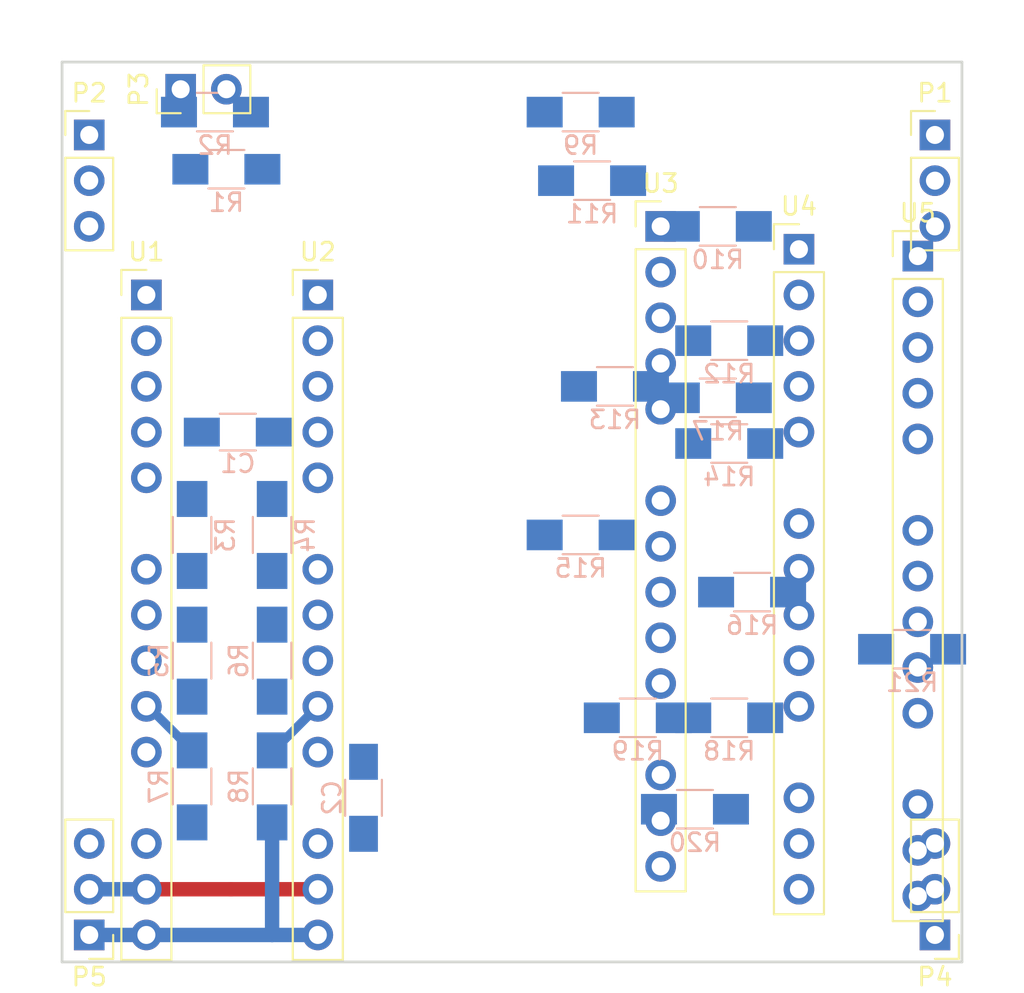
<source format=kicad_pcb>
(kicad_pcb (version 4) (host pcbnew 4.0.5)

  (general
    (links 89)
    (no_connects 82)
    (area 11.376667 11.376666 68.633334 67.065)
    (thickness 1.6)
    (drawings 4)
    (tracks 13)
    (zones 0)
    (modules 33)
    (nets 37)
  )

  (page A4)
  (layers
    (0 F.Cu signal)
    (31 B.Cu signal)
    (32 B.Adhes user)
    (33 F.Adhes user)
    (34 B.Paste user)
    (35 F.Paste user)
    (36 B.SilkS user)
    (37 F.SilkS user)
    (38 B.Mask user)
    (39 F.Mask user)
    (40 Dwgs.User user)
    (41 Cmts.User user)
    (42 Eco1.User user)
    (43 Eco2.User user)
    (44 Edge.Cuts user)
    (45 Margin user)
    (46 B.CrtYd user)
    (47 F.CrtYd user)
    (48 B.Fab user)
    (49 F.Fab user)
  )

  (setup
    (last_trace_width 0.5)
    (trace_clearance 0.3)
    (zone_clearance 0.508)
    (zone_45_only no)
    (trace_min 0.2)
    (segment_width 0.2)
    (edge_width 0.15)
    (via_size 0.8)
    (via_drill 0.5)
    (via_min_size 0.4)
    (via_min_drill 0.3)
    (uvia_size 0.3)
    (uvia_drill 0.1)
    (uvias_allowed no)
    (uvia_min_size 0.2)
    (uvia_min_drill 0.1)
    (pcb_text_width 0.3)
    (pcb_text_size 1.5 1.5)
    (mod_edge_width 0.15)
    (mod_text_size 1 1)
    (mod_text_width 0.15)
    (pad_size 1.524 1.524)
    (pad_drill 0.762)
    (pad_to_mask_clearance 0.2)
    (aux_axis_origin 0 0)
    (visible_elements 7FFFFFFF)
    (pcbplotparams
      (layerselection 0x00030_80000001)
      (usegerberextensions false)
      (excludeedgelayer true)
      (linewidth 0.100000)
      (plotframeref false)
      (viasonmask false)
      (mode 1)
      (useauxorigin false)
      (hpglpennumber 1)
      (hpglpenspeed 20)
      (hpglpendiameter 15)
      (hpglpenoverlay 2)
      (psnegative false)
      (psa4output false)
      (plotreference true)
      (plotvalue true)
      (plotinvisibletext false)
      (padsonsilk false)
      (subtractmaskfromsilk false)
      (outputformat 1)
      (mirror false)
      (drillshape 1)
      (scaleselection 1)
      (outputdirectory ""))
  )

  (net 0 "")
  (net 1 /Bs)
  (net 2 GNDREF)
  (net 3 /A)
  (net 4 /Cm)
  (net 5 /Cs)
  (net 6 /C)
  (net 7 /B)
  (net 8 /BmAs)
  (net 9 +5V)
  (net 10 -5V)
  (net 11 "Net-(R3-Pad1)")
  (net 12 "Net-(R4-Pad1)")
  (net 13 "Net-(R5-Pad1)")
  (net 14 "Net-(R6-Pad1)")
  (net 15 "Net-(R7-Pad1)")
  (net 16 "Net-(R8-Pad1)")
  (net 17 "Net-(R9-Pad1)")
  (net 18 "Net-(R10-Pad1)")
  (net 19 "Net-(R11-Pad1)")
  (net 20 "Net-(R12-Pad1)")
  (net 21 "Net-(R13-Pad1)")
  (net 22 "Net-(R14-Pad1)")
  (net 23 "Net-(R15-Pad1)")
  (net 24 "Net-(R16-Pad1)")
  (net 25 "Net-(R17-Pad1)")
  (net 26 "Net-(R18-Pad1)")
  (net 27 "Net-(R19-Pad1)")
  (net 28 "Net-(R20-Pad1)")
  (net 29 "Net-(R21-Pad1)")
  (net 30 /Am)
  (net 31 "Net-(U1-Pad5)")
  (net 32 "Net-(U2-Pad5)")
  (net 33 /A-1)
  (net 34 /A+1)
  (net 35 "/max(A,0)")
  (net 36 "/min(A,0)")

  (net_class Default "This is the default net class."
    (clearance 0.3)
    (trace_width 0.5)
    (via_dia 0.8)
    (via_drill 0.5)
    (uvia_dia 0.3)
    (uvia_drill 0.1)
    (add_net /A)
    (add_net /A+1)
    (add_net /A-1)
    (add_net /Am)
    (add_net /B)
    (add_net /BmAs)
    (add_net /Bs)
    (add_net /C)
    (add_net /Cm)
    (add_net /Cs)
    (add_net "/max(A,0)")
    (add_net "/min(A,0)")
    (add_net "Net-(R10-Pad1)")
    (add_net "Net-(R11-Pad1)")
    (add_net "Net-(R12-Pad1)")
    (add_net "Net-(R13-Pad1)")
    (add_net "Net-(R14-Pad1)")
    (add_net "Net-(R15-Pad1)")
    (add_net "Net-(R16-Pad1)")
    (add_net "Net-(R17-Pad1)")
    (add_net "Net-(R18-Pad1)")
    (add_net "Net-(R19-Pad1)")
    (add_net "Net-(R20-Pad1)")
    (add_net "Net-(R21-Pad1)")
    (add_net "Net-(R3-Pad1)")
    (add_net "Net-(R4-Pad1)")
    (add_net "Net-(R5-Pad1)")
    (add_net "Net-(R6-Pad1)")
    (add_net "Net-(R7-Pad1)")
    (add_net "Net-(R8-Pad1)")
    (add_net "Net-(R9-Pad1)")
    (add_net "Net-(U1-Pad5)")
    (add_net "Net-(U2-Pad5)")
  )

  (net_class PWR ""
    (clearance 0.2)
    (trace_width 0.8)
    (via_dia 1.2)
    (via_drill 0.8)
    (uvia_dia 0.3)
    (uvia_drill 0.1)
    (add_net +5V)
    (add_net -5V)
    (add_net GNDREF)
  )

  (module Capacitors_SMD:C_1206_HandSoldering (layer B.Cu) (tedit 58AA84D1) (tstamp 59C4A02C)
    (at 24.765 35.56)
    (descr "Capacitor SMD 1206, hand soldering")
    (tags "capacitor 1206")
    (path /59C573E8)
    (attr smd)
    (fp_text reference C1 (at 0 1.75) (layer B.SilkS)
      (effects (font (size 1 1) (thickness 0.15)) (justify mirror))
    )
    (fp_text value 100nF (at 0 -2) (layer B.Fab)
      (effects (font (size 1 1) (thickness 0.15)) (justify mirror))
    )
    (fp_text user %R (at 0 1.75) (layer B.Fab)
      (effects (font (size 1 1) (thickness 0.15)) (justify mirror))
    )
    (fp_line (start -1.6 -0.8) (end -1.6 0.8) (layer B.Fab) (width 0.1))
    (fp_line (start 1.6 -0.8) (end -1.6 -0.8) (layer B.Fab) (width 0.1))
    (fp_line (start 1.6 0.8) (end 1.6 -0.8) (layer B.Fab) (width 0.1))
    (fp_line (start -1.6 0.8) (end 1.6 0.8) (layer B.Fab) (width 0.1))
    (fp_line (start 1 1.02) (end -1 1.02) (layer B.SilkS) (width 0.12))
    (fp_line (start -1 -1.02) (end 1 -1.02) (layer B.SilkS) (width 0.12))
    (fp_line (start -3.25 1.05) (end 3.25 1.05) (layer B.CrtYd) (width 0.05))
    (fp_line (start -3.25 1.05) (end -3.25 -1.05) (layer B.CrtYd) (width 0.05))
    (fp_line (start 3.25 -1.05) (end 3.25 1.05) (layer B.CrtYd) (width 0.05))
    (fp_line (start 3.25 -1.05) (end -3.25 -1.05) (layer B.CrtYd) (width 0.05))
    (pad 1 smd rect (at -2 0) (size 2 1.6) (layers B.Cu B.Paste B.Mask)
      (net 1 /Bs))
    (pad 2 smd rect (at 2 0) (size 2 1.6) (layers B.Cu B.Paste B.Mask)
      (net 2 GNDREF))
    (model Capacitors_SMD.3dshapes/C_1206.wrl
      (at (xyz 0 0 0))
      (scale (xyz 1 1 1))
      (rotate (xyz 0 0 0))
    )
  )

  (module Capacitors_SMD:C_1206_HandSoldering (layer B.Cu) (tedit 58AA84D1) (tstamp 59C4A032)
    (at 31.75 55.88 270)
    (descr "Capacitor SMD 1206, hand soldering")
    (tags "capacitor 1206")
    (path /59C56BCE)
    (attr smd)
    (fp_text reference C2 (at 0 1.75 270) (layer B.SilkS)
      (effects (font (size 1 1) (thickness 0.15)) (justify mirror))
    )
    (fp_text value 100nF (at 0 -2 270) (layer B.Fab)
      (effects (font (size 1 1) (thickness 0.15)) (justify mirror))
    )
    (fp_text user %R (at 0 1.75 270) (layer B.Fab)
      (effects (font (size 1 1) (thickness 0.15)) (justify mirror))
    )
    (fp_line (start -1.6 -0.8) (end -1.6 0.8) (layer B.Fab) (width 0.1))
    (fp_line (start 1.6 -0.8) (end -1.6 -0.8) (layer B.Fab) (width 0.1))
    (fp_line (start 1.6 0.8) (end 1.6 -0.8) (layer B.Fab) (width 0.1))
    (fp_line (start -1.6 0.8) (end 1.6 0.8) (layer B.Fab) (width 0.1))
    (fp_line (start 1 1.02) (end -1 1.02) (layer B.SilkS) (width 0.12))
    (fp_line (start -1 -1.02) (end 1 -1.02) (layer B.SilkS) (width 0.12))
    (fp_line (start -3.25 1.05) (end 3.25 1.05) (layer B.CrtYd) (width 0.05))
    (fp_line (start -3.25 1.05) (end -3.25 -1.05) (layer B.CrtYd) (width 0.05))
    (fp_line (start 3.25 -1.05) (end 3.25 1.05) (layer B.CrtYd) (width 0.05))
    (fp_line (start 3.25 -1.05) (end -3.25 -1.05) (layer B.CrtYd) (width 0.05))
    (pad 1 smd rect (at -2 0 270) (size 2 1.6) (layers B.Cu B.Paste B.Mask)
      (net 3 /A))
    (pad 2 smd rect (at 2 0 270) (size 2 1.6) (layers B.Cu B.Paste B.Mask)
      (net 2 GNDREF))
    (model Capacitors_SMD.3dshapes/C_1206.wrl
      (at (xyz 0 0 0))
      (scale (xyz 1 1 1))
      (rotate (xyz 0 0 0))
    )
  )

  (module Pin_Headers:Pin_Header_Straight_1x03_Pitch2.54mm (layer F.Cu) (tedit 59650532) (tstamp 59C4A039)
    (at 63.5 19.05)
    (descr "Through hole straight pin header, 1x03, 2.54mm pitch, single row")
    (tags "Through hole pin header THT 1x03 2.54mm single row")
    (path /59C549BE)
    (fp_text reference P1 (at 0 -2.33) (layer F.SilkS)
      (effects (font (size 1 1) (thickness 0.15)))
    )
    (fp_text value CONN_01X03 (at 0 7.41) (layer F.Fab)
      (effects (font (size 1 1) (thickness 0.15)))
    )
    (fp_line (start -0.635 -1.27) (end 1.27 -1.27) (layer F.Fab) (width 0.1))
    (fp_line (start 1.27 -1.27) (end 1.27 6.35) (layer F.Fab) (width 0.1))
    (fp_line (start 1.27 6.35) (end -1.27 6.35) (layer F.Fab) (width 0.1))
    (fp_line (start -1.27 6.35) (end -1.27 -0.635) (layer F.Fab) (width 0.1))
    (fp_line (start -1.27 -0.635) (end -0.635 -1.27) (layer F.Fab) (width 0.1))
    (fp_line (start -1.33 6.41) (end 1.33 6.41) (layer F.SilkS) (width 0.12))
    (fp_line (start -1.33 1.27) (end -1.33 6.41) (layer F.SilkS) (width 0.12))
    (fp_line (start 1.33 1.27) (end 1.33 6.41) (layer F.SilkS) (width 0.12))
    (fp_line (start -1.33 1.27) (end 1.33 1.27) (layer F.SilkS) (width 0.12))
    (fp_line (start -1.33 0) (end -1.33 -1.33) (layer F.SilkS) (width 0.12))
    (fp_line (start -1.33 -1.33) (end 0 -1.33) (layer F.SilkS) (width 0.12))
    (fp_line (start -1.8 -1.8) (end -1.8 6.85) (layer F.CrtYd) (width 0.05))
    (fp_line (start -1.8 6.85) (end 1.8 6.85) (layer F.CrtYd) (width 0.05))
    (fp_line (start 1.8 6.85) (end 1.8 -1.8) (layer F.CrtYd) (width 0.05))
    (fp_line (start 1.8 -1.8) (end -1.8 -1.8) (layer F.CrtYd) (width 0.05))
    (fp_text user %R (at 0 2.54 90) (layer F.Fab)
      (effects (font (size 1 1) (thickness 0.15)))
    )
    (pad 1 thru_hole rect (at 0 0) (size 1.7 1.7) (drill 1) (layers *.Cu *.Mask)
      (net 4 /Cm))
    (pad 2 thru_hole oval (at 0 2.54) (size 1.7 1.7) (drill 1) (layers *.Cu *.Mask)
      (net 5 /Cs))
    (pad 3 thru_hole oval (at 0 5.08) (size 1.7 1.7) (drill 1) (layers *.Cu *.Mask)
      (net 6 /C))
    (model ${KISYS3DMOD}/Pin_Headers.3dshapes/Pin_Header_Straight_1x03_Pitch2.54mm.wrl
      (at (xyz 0 0 0))
      (scale (xyz 1 1 1))
      (rotate (xyz 0 0 0))
    )
  )

  (module Pin_Headers:Pin_Header_Straight_1x03_Pitch2.54mm (layer F.Cu) (tedit 59650532) (tstamp 59C4A040)
    (at 16.51 19.05)
    (descr "Through hole straight pin header, 1x03, 2.54mm pitch, single row")
    (tags "Through hole pin header THT 1x03 2.54mm single row")
    (path /59C512FD)
    (fp_text reference P2 (at 0 -2.33) (layer F.SilkS)
      (effects (font (size 1 1) (thickness 0.15)))
    )
    (fp_text value CONN_01X03 (at 0 7.41) (layer F.Fab)
      (effects (font (size 1 1) (thickness 0.15)))
    )
    (fp_line (start -0.635 -1.27) (end 1.27 -1.27) (layer F.Fab) (width 0.1))
    (fp_line (start 1.27 -1.27) (end 1.27 6.35) (layer F.Fab) (width 0.1))
    (fp_line (start 1.27 6.35) (end -1.27 6.35) (layer F.Fab) (width 0.1))
    (fp_line (start -1.27 6.35) (end -1.27 -0.635) (layer F.Fab) (width 0.1))
    (fp_line (start -1.27 -0.635) (end -0.635 -1.27) (layer F.Fab) (width 0.1))
    (fp_line (start -1.33 6.41) (end 1.33 6.41) (layer F.SilkS) (width 0.12))
    (fp_line (start -1.33 1.27) (end -1.33 6.41) (layer F.SilkS) (width 0.12))
    (fp_line (start 1.33 1.27) (end 1.33 6.41) (layer F.SilkS) (width 0.12))
    (fp_line (start -1.33 1.27) (end 1.33 1.27) (layer F.SilkS) (width 0.12))
    (fp_line (start -1.33 0) (end -1.33 -1.33) (layer F.SilkS) (width 0.12))
    (fp_line (start -1.33 -1.33) (end 0 -1.33) (layer F.SilkS) (width 0.12))
    (fp_line (start -1.8 -1.8) (end -1.8 6.85) (layer F.CrtYd) (width 0.05))
    (fp_line (start -1.8 6.85) (end 1.8 6.85) (layer F.CrtYd) (width 0.05))
    (fp_line (start 1.8 6.85) (end 1.8 -1.8) (layer F.CrtYd) (width 0.05))
    (fp_line (start 1.8 -1.8) (end -1.8 -1.8) (layer F.CrtYd) (width 0.05))
    (fp_text user %R (at 0 2.54 90) (layer F.Fab)
      (effects (font (size 1 1) (thickness 0.15)))
    )
    (pad 1 thru_hole rect (at 0 0) (size 1.7 1.7) (drill 1) (layers *.Cu *.Mask)
      (net 4 /Cm))
    (pad 2 thru_hole oval (at 0 2.54) (size 1.7 1.7) (drill 1) (layers *.Cu *.Mask)
      (net 5 /Cs))
    (pad 3 thru_hole oval (at 0 5.08) (size 1.7 1.7) (drill 1) (layers *.Cu *.Mask)
      (net 7 /B))
    (model ${KISYS3DMOD}/Pin_Headers.3dshapes/Pin_Header_Straight_1x03_Pitch2.54mm.wrl
      (at (xyz 0 0 0))
      (scale (xyz 1 1 1))
      (rotate (xyz 0 0 0))
    )
  )

  (module Pin_Headers:Pin_Header_Straight_1x02_Pitch2.54mm (layer F.Cu) (tedit 59650532) (tstamp 59C4A046)
    (at 21.59 16.51 90)
    (descr "Through hole straight pin header, 1x02, 2.54mm pitch, single row")
    (tags "Through hole pin header THT 1x02 2.54mm single row")
    (path /59C529BD)
    (fp_text reference P3 (at 0 -2.33 90) (layer F.SilkS)
      (effects (font (size 1 1) (thickness 0.15)))
    )
    (fp_text value CONN_01X02 (at 0 4.87 90) (layer F.Fab)
      (effects (font (size 1 1) (thickness 0.15)))
    )
    (fp_line (start -0.635 -1.27) (end 1.27 -1.27) (layer F.Fab) (width 0.1))
    (fp_line (start 1.27 -1.27) (end 1.27 3.81) (layer F.Fab) (width 0.1))
    (fp_line (start 1.27 3.81) (end -1.27 3.81) (layer F.Fab) (width 0.1))
    (fp_line (start -1.27 3.81) (end -1.27 -0.635) (layer F.Fab) (width 0.1))
    (fp_line (start -1.27 -0.635) (end -0.635 -1.27) (layer F.Fab) (width 0.1))
    (fp_line (start -1.33 3.87) (end 1.33 3.87) (layer F.SilkS) (width 0.12))
    (fp_line (start -1.33 1.27) (end -1.33 3.87) (layer F.SilkS) (width 0.12))
    (fp_line (start 1.33 1.27) (end 1.33 3.87) (layer F.SilkS) (width 0.12))
    (fp_line (start -1.33 1.27) (end 1.33 1.27) (layer F.SilkS) (width 0.12))
    (fp_line (start -1.33 0) (end -1.33 -1.33) (layer F.SilkS) (width 0.12))
    (fp_line (start -1.33 -1.33) (end 0 -1.33) (layer F.SilkS) (width 0.12))
    (fp_line (start -1.8 -1.8) (end -1.8 4.35) (layer F.CrtYd) (width 0.05))
    (fp_line (start -1.8 4.35) (end 1.8 4.35) (layer F.CrtYd) (width 0.05))
    (fp_line (start 1.8 4.35) (end 1.8 -1.8) (layer F.CrtYd) (width 0.05))
    (fp_line (start 1.8 -1.8) (end -1.8 -1.8) (layer F.CrtYd) (width 0.05))
    (fp_text user %R (at 0 1.27 180) (layer F.Fab)
      (effects (font (size 1 1) (thickness 0.15)))
    )
    (pad 1 thru_hole rect (at 0 0 90) (size 1.7 1.7) (drill 1) (layers *.Cu *.Mask)
      (net 8 /BmAs))
    (pad 2 thru_hole oval (at 0 2.54 90) (size 1.7 1.7) (drill 1) (layers *.Cu *.Mask)
      (net 3 /A))
    (model ${KISYS3DMOD}/Pin_Headers.3dshapes/Pin_Header_Straight_1x02_Pitch2.54mm.wrl
      (at (xyz 0 0 0))
      (scale (xyz 1 1 1))
      (rotate (xyz 0 0 0))
    )
  )

  (module Pin_Headers:Pin_Header_Straight_1x03_Pitch2.54mm (layer F.Cu) (tedit 59650532) (tstamp 59C4A04D)
    (at 63.5 63.5 180)
    (descr "Through hole straight pin header, 1x03, 2.54mm pitch, single row")
    (tags "Through hole pin header THT 1x03 2.54mm single row")
    (path /59C4392E)
    (fp_text reference P4 (at 0 -2.33 180) (layer F.SilkS)
      (effects (font (size 1 1) (thickness 0.15)))
    )
    (fp_text value CONN_01X03 (at 0 7.41 180) (layer F.Fab)
      (effects (font (size 1 1) (thickness 0.15)))
    )
    (fp_line (start -0.635 -1.27) (end 1.27 -1.27) (layer F.Fab) (width 0.1))
    (fp_line (start 1.27 -1.27) (end 1.27 6.35) (layer F.Fab) (width 0.1))
    (fp_line (start 1.27 6.35) (end -1.27 6.35) (layer F.Fab) (width 0.1))
    (fp_line (start -1.27 6.35) (end -1.27 -0.635) (layer F.Fab) (width 0.1))
    (fp_line (start -1.27 -0.635) (end -0.635 -1.27) (layer F.Fab) (width 0.1))
    (fp_line (start -1.33 6.41) (end 1.33 6.41) (layer F.SilkS) (width 0.12))
    (fp_line (start -1.33 1.27) (end -1.33 6.41) (layer F.SilkS) (width 0.12))
    (fp_line (start 1.33 1.27) (end 1.33 6.41) (layer F.SilkS) (width 0.12))
    (fp_line (start -1.33 1.27) (end 1.33 1.27) (layer F.SilkS) (width 0.12))
    (fp_line (start -1.33 0) (end -1.33 -1.33) (layer F.SilkS) (width 0.12))
    (fp_line (start -1.33 -1.33) (end 0 -1.33) (layer F.SilkS) (width 0.12))
    (fp_line (start -1.8 -1.8) (end -1.8 6.85) (layer F.CrtYd) (width 0.05))
    (fp_line (start -1.8 6.85) (end 1.8 6.85) (layer F.CrtYd) (width 0.05))
    (fp_line (start 1.8 6.85) (end 1.8 -1.8) (layer F.CrtYd) (width 0.05))
    (fp_line (start 1.8 -1.8) (end -1.8 -1.8) (layer F.CrtYd) (width 0.05))
    (fp_text user %R (at 0 2.54 270) (layer F.Fab)
      (effects (font (size 1 1) (thickness 0.15)))
    )
    (pad 1 thru_hole rect (at 0 0 180) (size 1.7 1.7) (drill 1) (layers *.Cu *.Mask)
      (net 9 +5V))
    (pad 2 thru_hole oval (at 0 2.54 180) (size 1.7 1.7) (drill 1) (layers *.Cu *.Mask)
      (net 2 GNDREF))
    (pad 3 thru_hole oval (at 0 5.08 180) (size 1.7 1.7) (drill 1) (layers *.Cu *.Mask)
      (net 10 -5V))
    (model ${KISYS3DMOD}/Pin_Headers.3dshapes/Pin_Header_Straight_1x03_Pitch2.54mm.wrl
      (at (xyz 0 0 0))
      (scale (xyz 1 1 1))
      (rotate (xyz 0 0 0))
    )
  )

  (module Pin_Headers:Pin_Header_Straight_1x03_Pitch2.54mm (layer F.Cu) (tedit 59650532) (tstamp 59C4A054)
    (at 16.51 63.5 180)
    (descr "Through hole straight pin header, 1x03, 2.54mm pitch, single row")
    (tags "Through hole pin header THT 1x03 2.54mm single row")
    (path /59C4BE8E)
    (fp_text reference P5 (at 0 -2.33 180) (layer F.SilkS)
      (effects (font (size 1 1) (thickness 0.15)))
    )
    (fp_text value CONN_01X03 (at 0 7.41 180) (layer F.Fab)
      (effects (font (size 1 1) (thickness 0.15)))
    )
    (fp_line (start -0.635 -1.27) (end 1.27 -1.27) (layer F.Fab) (width 0.1))
    (fp_line (start 1.27 -1.27) (end 1.27 6.35) (layer F.Fab) (width 0.1))
    (fp_line (start 1.27 6.35) (end -1.27 6.35) (layer F.Fab) (width 0.1))
    (fp_line (start -1.27 6.35) (end -1.27 -0.635) (layer F.Fab) (width 0.1))
    (fp_line (start -1.27 -0.635) (end -0.635 -1.27) (layer F.Fab) (width 0.1))
    (fp_line (start -1.33 6.41) (end 1.33 6.41) (layer F.SilkS) (width 0.12))
    (fp_line (start -1.33 1.27) (end -1.33 6.41) (layer F.SilkS) (width 0.12))
    (fp_line (start 1.33 1.27) (end 1.33 6.41) (layer F.SilkS) (width 0.12))
    (fp_line (start -1.33 1.27) (end 1.33 1.27) (layer F.SilkS) (width 0.12))
    (fp_line (start -1.33 0) (end -1.33 -1.33) (layer F.SilkS) (width 0.12))
    (fp_line (start -1.33 -1.33) (end 0 -1.33) (layer F.SilkS) (width 0.12))
    (fp_line (start -1.8 -1.8) (end -1.8 6.85) (layer F.CrtYd) (width 0.05))
    (fp_line (start -1.8 6.85) (end 1.8 6.85) (layer F.CrtYd) (width 0.05))
    (fp_line (start 1.8 6.85) (end 1.8 -1.8) (layer F.CrtYd) (width 0.05))
    (fp_line (start 1.8 -1.8) (end -1.8 -1.8) (layer F.CrtYd) (width 0.05))
    (fp_text user %R (at 0 2.54 270) (layer F.Fab)
      (effects (font (size 1 1) (thickness 0.15)))
    )
    (pad 1 thru_hole rect (at 0 0 180) (size 1.7 1.7) (drill 1) (layers *.Cu *.Mask)
      (net 9 +5V))
    (pad 2 thru_hole oval (at 0 2.54 180) (size 1.7 1.7) (drill 1) (layers *.Cu *.Mask)
      (net 2 GNDREF))
    (pad 3 thru_hole oval (at 0 5.08 180) (size 1.7 1.7) (drill 1) (layers *.Cu *.Mask)
      (net 10 -5V))
    (model ${KISYS3DMOD}/Pin_Headers.3dshapes/Pin_Header_Straight_1x03_Pitch2.54mm.wrl
      (at (xyz 0 0 0))
      (scale (xyz 1 1 1))
      (rotate (xyz 0 0 0))
    )
  )

  (module Resistors_SMD:R_1206_HandSoldering (layer B.Cu) (tedit 58E0A804) (tstamp 59C4A05A)
    (at 24.13 20.955)
    (descr "Resistor SMD 1206, hand soldering")
    (tags "resistor 1206")
    (path /59C593F4)
    (attr smd)
    (fp_text reference R1 (at 0 1.85) (layer B.SilkS)
      (effects (font (size 1 1) (thickness 0.15)) (justify mirror))
    )
    (fp_text value 10k (at 0 -1.9) (layer B.Fab)
      (effects (font (size 1 1) (thickness 0.15)) (justify mirror))
    )
    (fp_text user %R (at 0 0) (layer B.Fab)
      (effects (font (size 0.7 0.7) (thickness 0.105)) (justify mirror))
    )
    (fp_line (start -1.6 -0.8) (end -1.6 0.8) (layer B.Fab) (width 0.1))
    (fp_line (start 1.6 -0.8) (end -1.6 -0.8) (layer B.Fab) (width 0.1))
    (fp_line (start 1.6 0.8) (end 1.6 -0.8) (layer B.Fab) (width 0.1))
    (fp_line (start -1.6 0.8) (end 1.6 0.8) (layer B.Fab) (width 0.1))
    (fp_line (start 1 -1.07) (end -1 -1.07) (layer B.SilkS) (width 0.12))
    (fp_line (start -1 1.07) (end 1 1.07) (layer B.SilkS) (width 0.12))
    (fp_line (start -3.25 1.11) (end 3.25 1.11) (layer B.CrtYd) (width 0.05))
    (fp_line (start -3.25 1.11) (end -3.25 -1.1) (layer B.CrtYd) (width 0.05))
    (fp_line (start 3.25 -1.1) (end 3.25 1.11) (layer B.CrtYd) (width 0.05))
    (fp_line (start 3.25 -1.1) (end -3.25 -1.1) (layer B.CrtYd) (width 0.05))
    (pad 1 smd rect (at -2 0) (size 2 1.7) (layers B.Cu B.Paste B.Mask)
      (net 5 /Cs))
    (pad 2 smd rect (at 2 0) (size 2 1.7) (layers B.Cu B.Paste B.Mask)
      (net 2 GNDREF))
    (model ${KISYS3DMOD}/Resistors_SMD.3dshapes/R_1206.wrl
      (at (xyz 0 0 0))
      (scale (xyz 1 1 1))
      (rotate (xyz 0 0 0))
    )
  )

  (module Resistors_SMD:R_1206_HandSoldering (layer B.Cu) (tedit 58E0A804) (tstamp 59C4A060)
    (at 23.495 17.78)
    (descr "Resistor SMD 1206, hand soldering")
    (tags "resistor 1206")
    (path /59C58FEF)
    (attr smd)
    (fp_text reference R2 (at 0 1.85) (layer B.SilkS)
      (effects (font (size 1 1) (thickness 0.15)) (justify mirror))
    )
    (fp_text value 10k (at 0 -1.9) (layer B.Fab)
      (effects (font (size 1 1) (thickness 0.15)) (justify mirror))
    )
    (fp_text user %R (at 0 0) (layer B.Fab)
      (effects (font (size 0.7 0.7) (thickness 0.105)) (justify mirror))
    )
    (fp_line (start -1.6 -0.8) (end -1.6 0.8) (layer B.Fab) (width 0.1))
    (fp_line (start 1.6 -0.8) (end -1.6 -0.8) (layer B.Fab) (width 0.1))
    (fp_line (start 1.6 0.8) (end 1.6 -0.8) (layer B.Fab) (width 0.1))
    (fp_line (start -1.6 0.8) (end 1.6 0.8) (layer B.Fab) (width 0.1))
    (fp_line (start 1 -1.07) (end -1 -1.07) (layer B.SilkS) (width 0.12))
    (fp_line (start -1 1.07) (end 1 1.07) (layer B.SilkS) (width 0.12))
    (fp_line (start -3.25 1.11) (end 3.25 1.11) (layer B.CrtYd) (width 0.05))
    (fp_line (start -3.25 1.11) (end -3.25 -1.1) (layer B.CrtYd) (width 0.05))
    (fp_line (start 3.25 -1.1) (end 3.25 1.11) (layer B.CrtYd) (width 0.05))
    (fp_line (start 3.25 -1.1) (end -3.25 -1.1) (layer B.CrtYd) (width 0.05))
    (pad 1 smd rect (at -2 0) (size 2 1.7) (layers B.Cu B.Paste B.Mask)
      (net 4 /Cm))
    (pad 2 smd rect (at 2 0) (size 2 1.7) (layers B.Cu B.Paste B.Mask)
      (net 2 GNDREF))
    (model ${KISYS3DMOD}/Resistors_SMD.3dshapes/R_1206.wrl
      (at (xyz 0 0 0))
      (scale (xyz 1 1 1))
      (rotate (xyz 0 0 0))
    )
  )

  (module Resistors_SMD:R_1206_HandSoldering (layer B.Cu) (tedit 58E0A804) (tstamp 59C4A066)
    (at 22.225 41.275 90)
    (descr "Resistor SMD 1206, hand soldering")
    (tags "resistor 1206")
    (path /59C43872)
    (attr smd)
    (fp_text reference R3 (at 0 1.85 90) (layer B.SilkS)
      (effects (font (size 1 1) (thickness 0.15)) (justify mirror))
    )
    (fp_text value 150 (at 0 -1.9 90) (layer B.Fab)
      (effects (font (size 1 1) (thickness 0.15)) (justify mirror))
    )
    (fp_text user %R (at 0 0 90) (layer B.Fab)
      (effects (font (size 0.7 0.7) (thickness 0.105)) (justify mirror))
    )
    (fp_line (start -1.6 -0.8) (end -1.6 0.8) (layer B.Fab) (width 0.1))
    (fp_line (start 1.6 -0.8) (end -1.6 -0.8) (layer B.Fab) (width 0.1))
    (fp_line (start 1.6 0.8) (end 1.6 -0.8) (layer B.Fab) (width 0.1))
    (fp_line (start -1.6 0.8) (end 1.6 0.8) (layer B.Fab) (width 0.1))
    (fp_line (start 1 -1.07) (end -1 -1.07) (layer B.SilkS) (width 0.12))
    (fp_line (start -1 1.07) (end 1 1.07) (layer B.SilkS) (width 0.12))
    (fp_line (start -3.25 1.11) (end 3.25 1.11) (layer B.CrtYd) (width 0.05))
    (fp_line (start -3.25 1.11) (end -3.25 -1.1) (layer B.CrtYd) (width 0.05))
    (fp_line (start 3.25 -1.1) (end 3.25 1.11) (layer B.CrtYd) (width 0.05))
    (fp_line (start 3.25 -1.1) (end -3.25 -1.1) (layer B.CrtYd) (width 0.05))
    (pad 1 smd rect (at -2 0 90) (size 2 1.7) (layers B.Cu B.Paste B.Mask)
      (net 11 "Net-(R3-Pad1)"))
    (pad 2 smd rect (at 2 0 90) (size 2 1.7) (layers B.Cu B.Paste B.Mask)
      (net 10 -5V))
    (model ${KISYS3DMOD}/Resistors_SMD.3dshapes/R_1206.wrl
      (at (xyz 0 0 0))
      (scale (xyz 1 1 1))
      (rotate (xyz 0 0 0))
    )
  )

  (module Resistors_SMD:R_1206_HandSoldering (layer B.Cu) (tedit 58E0A804) (tstamp 59C4A06C)
    (at 26.67 41.275 90)
    (descr "Resistor SMD 1206, hand soldering")
    (tags "resistor 1206")
    (path /59C438AB)
    (attr smd)
    (fp_text reference R4 (at 0 1.85 90) (layer B.SilkS)
      (effects (font (size 1 1) (thickness 0.15)) (justify mirror))
    )
    (fp_text value 150 (at 0 -1.9 90) (layer B.Fab)
      (effects (font (size 1 1) (thickness 0.15)) (justify mirror))
    )
    (fp_text user %R (at 0 0 90) (layer B.Fab)
      (effects (font (size 0.7 0.7) (thickness 0.105)) (justify mirror))
    )
    (fp_line (start -1.6 -0.8) (end -1.6 0.8) (layer B.Fab) (width 0.1))
    (fp_line (start 1.6 -0.8) (end -1.6 -0.8) (layer B.Fab) (width 0.1))
    (fp_line (start 1.6 0.8) (end 1.6 -0.8) (layer B.Fab) (width 0.1))
    (fp_line (start -1.6 0.8) (end 1.6 0.8) (layer B.Fab) (width 0.1))
    (fp_line (start 1 -1.07) (end -1 -1.07) (layer B.SilkS) (width 0.12))
    (fp_line (start -1 1.07) (end 1 1.07) (layer B.SilkS) (width 0.12))
    (fp_line (start -3.25 1.11) (end 3.25 1.11) (layer B.CrtYd) (width 0.05))
    (fp_line (start -3.25 1.11) (end -3.25 -1.1) (layer B.CrtYd) (width 0.05))
    (fp_line (start 3.25 -1.1) (end 3.25 1.11) (layer B.CrtYd) (width 0.05))
    (fp_line (start 3.25 -1.1) (end -3.25 -1.1) (layer B.CrtYd) (width 0.05))
    (pad 1 smd rect (at -2 0 90) (size 2 1.7) (layers B.Cu B.Paste B.Mask)
      (net 12 "Net-(R4-Pad1)"))
    (pad 2 smd rect (at 2 0 90) (size 2 1.7) (layers B.Cu B.Paste B.Mask)
      (net 10 -5V))
    (model ${KISYS3DMOD}/Resistors_SMD.3dshapes/R_1206.wrl
      (at (xyz 0 0 0))
      (scale (xyz 1 1 1))
      (rotate (xyz 0 0 0))
    )
  )

  (module Resistors_SMD:R_1206_HandSoldering (layer B.Cu) (tedit 58E0A804) (tstamp 59C4A072)
    (at 22.225 48.26 270)
    (descr "Resistor SMD 1206, hand soldering")
    (tags "resistor 1206")
    (path /59C43879)
    (attr smd)
    (fp_text reference R5 (at 0 1.85 270) (layer B.SilkS)
      (effects (font (size 1 1) (thickness 0.15)) (justify mirror))
    )
    (fp_text value 150 (at 0 -1.9 270) (layer B.Fab)
      (effects (font (size 1 1) (thickness 0.15)) (justify mirror))
    )
    (fp_text user %R (at 0 0 270) (layer B.Fab)
      (effects (font (size 0.7 0.7) (thickness 0.105)) (justify mirror))
    )
    (fp_line (start -1.6 -0.8) (end -1.6 0.8) (layer B.Fab) (width 0.1))
    (fp_line (start 1.6 -0.8) (end -1.6 -0.8) (layer B.Fab) (width 0.1))
    (fp_line (start 1.6 0.8) (end 1.6 -0.8) (layer B.Fab) (width 0.1))
    (fp_line (start -1.6 0.8) (end 1.6 0.8) (layer B.Fab) (width 0.1))
    (fp_line (start 1 -1.07) (end -1 -1.07) (layer B.SilkS) (width 0.12))
    (fp_line (start -1 1.07) (end 1 1.07) (layer B.SilkS) (width 0.12))
    (fp_line (start -3.25 1.11) (end 3.25 1.11) (layer B.CrtYd) (width 0.05))
    (fp_line (start -3.25 1.11) (end -3.25 -1.1) (layer B.CrtYd) (width 0.05))
    (fp_line (start 3.25 -1.1) (end 3.25 1.11) (layer B.CrtYd) (width 0.05))
    (fp_line (start 3.25 -1.1) (end -3.25 -1.1) (layer B.CrtYd) (width 0.05))
    (pad 1 smd rect (at -2 0 270) (size 2 1.7) (layers B.Cu B.Paste B.Mask)
      (net 13 "Net-(R5-Pad1)"))
    (pad 2 smd rect (at 2 0 270) (size 2 1.7) (layers B.Cu B.Paste B.Mask)
      (net 2 GNDREF))
    (model ${KISYS3DMOD}/Resistors_SMD.3dshapes/R_1206.wrl
      (at (xyz 0 0 0))
      (scale (xyz 1 1 1))
      (rotate (xyz 0 0 0))
    )
  )

  (module Resistors_SMD:R_1206_HandSoldering (layer B.Cu) (tedit 58E0A804) (tstamp 59C4A078)
    (at 26.67 48.26 270)
    (descr "Resistor SMD 1206, hand soldering")
    (tags "resistor 1206")
    (path /59C438B2)
    (attr smd)
    (fp_text reference R6 (at 0 1.85 270) (layer B.SilkS)
      (effects (font (size 1 1) (thickness 0.15)) (justify mirror))
    )
    (fp_text value 150 (at 0 -1.9 270) (layer B.Fab)
      (effects (font (size 1 1) (thickness 0.15)) (justify mirror))
    )
    (fp_text user %R (at 0 0 270) (layer B.Fab)
      (effects (font (size 0.7 0.7) (thickness 0.105)) (justify mirror))
    )
    (fp_line (start -1.6 -0.8) (end -1.6 0.8) (layer B.Fab) (width 0.1))
    (fp_line (start 1.6 -0.8) (end -1.6 -0.8) (layer B.Fab) (width 0.1))
    (fp_line (start 1.6 0.8) (end 1.6 -0.8) (layer B.Fab) (width 0.1))
    (fp_line (start -1.6 0.8) (end 1.6 0.8) (layer B.Fab) (width 0.1))
    (fp_line (start 1 -1.07) (end -1 -1.07) (layer B.SilkS) (width 0.12))
    (fp_line (start -1 1.07) (end 1 1.07) (layer B.SilkS) (width 0.12))
    (fp_line (start -3.25 1.11) (end 3.25 1.11) (layer B.CrtYd) (width 0.05))
    (fp_line (start -3.25 1.11) (end -3.25 -1.1) (layer B.CrtYd) (width 0.05))
    (fp_line (start 3.25 -1.1) (end 3.25 1.11) (layer B.CrtYd) (width 0.05))
    (fp_line (start 3.25 -1.1) (end -3.25 -1.1) (layer B.CrtYd) (width 0.05))
    (pad 1 smd rect (at -2 0 270) (size 2 1.7) (layers B.Cu B.Paste B.Mask)
      (net 14 "Net-(R6-Pad1)"))
    (pad 2 smd rect (at 2 0 270) (size 2 1.7) (layers B.Cu B.Paste B.Mask)
      (net 2 GNDREF))
    (model ${KISYS3DMOD}/Resistors_SMD.3dshapes/R_1206.wrl
      (at (xyz 0 0 0))
      (scale (xyz 1 1 1))
      (rotate (xyz 0 0 0))
    )
  )

  (module Resistors_SMD:R_1206_HandSoldering (layer B.Cu) (tedit 58E0A804) (tstamp 59C4A07E)
    (at 22.225 55.245 270)
    (descr "Resistor SMD 1206, hand soldering")
    (tags "resistor 1206")
    (path /59C43880)
    (attr smd)
    (fp_text reference R7 (at 0 1.85 270) (layer B.SilkS)
      (effects (font (size 1 1) (thickness 0.15)) (justify mirror))
    )
    (fp_text value 150 (at 0 -1.9 270) (layer B.Fab)
      (effects (font (size 1 1) (thickness 0.15)) (justify mirror))
    )
    (fp_text user %R (at 0 0 270) (layer B.Fab)
      (effects (font (size 0.7 0.7) (thickness 0.105)) (justify mirror))
    )
    (fp_line (start -1.6 -0.8) (end -1.6 0.8) (layer B.Fab) (width 0.1))
    (fp_line (start 1.6 -0.8) (end -1.6 -0.8) (layer B.Fab) (width 0.1))
    (fp_line (start 1.6 0.8) (end 1.6 -0.8) (layer B.Fab) (width 0.1))
    (fp_line (start -1.6 0.8) (end 1.6 0.8) (layer B.Fab) (width 0.1))
    (fp_line (start 1 -1.07) (end -1 -1.07) (layer B.SilkS) (width 0.12))
    (fp_line (start -1 1.07) (end 1 1.07) (layer B.SilkS) (width 0.12))
    (fp_line (start -3.25 1.11) (end 3.25 1.11) (layer B.CrtYd) (width 0.05))
    (fp_line (start -3.25 1.11) (end -3.25 -1.1) (layer B.CrtYd) (width 0.05))
    (fp_line (start 3.25 -1.1) (end 3.25 1.11) (layer B.CrtYd) (width 0.05))
    (fp_line (start 3.25 -1.1) (end -3.25 -1.1) (layer B.CrtYd) (width 0.05))
    (pad 1 smd rect (at -2 0 270) (size 2 1.7) (layers B.Cu B.Paste B.Mask)
      (net 15 "Net-(R7-Pad1)"))
    (pad 2 smd rect (at 2 0 270) (size 2 1.7) (layers B.Cu B.Paste B.Mask)
      (net 9 +5V))
    (model ${KISYS3DMOD}/Resistors_SMD.3dshapes/R_1206.wrl
      (at (xyz 0 0 0))
      (scale (xyz 1 1 1))
      (rotate (xyz 0 0 0))
    )
  )

  (module Resistors_SMD:R_1206_HandSoldering (layer B.Cu) (tedit 58E0A804) (tstamp 59C4A084)
    (at 26.67 55.245 270)
    (descr "Resistor SMD 1206, hand soldering")
    (tags "resistor 1206")
    (path /59C438B9)
    (attr smd)
    (fp_text reference R8 (at 0 1.85 270) (layer B.SilkS)
      (effects (font (size 1 1) (thickness 0.15)) (justify mirror))
    )
    (fp_text value 150 (at 0 -1.9 270) (layer B.Fab)
      (effects (font (size 1 1) (thickness 0.15)) (justify mirror))
    )
    (fp_text user %R (at 0 0 270) (layer B.Fab)
      (effects (font (size 0.7 0.7) (thickness 0.105)) (justify mirror))
    )
    (fp_line (start -1.6 -0.8) (end -1.6 0.8) (layer B.Fab) (width 0.1))
    (fp_line (start 1.6 -0.8) (end -1.6 -0.8) (layer B.Fab) (width 0.1))
    (fp_line (start 1.6 0.8) (end 1.6 -0.8) (layer B.Fab) (width 0.1))
    (fp_line (start -1.6 0.8) (end 1.6 0.8) (layer B.Fab) (width 0.1))
    (fp_line (start 1 -1.07) (end -1 -1.07) (layer B.SilkS) (width 0.12))
    (fp_line (start -1 1.07) (end 1 1.07) (layer B.SilkS) (width 0.12))
    (fp_line (start -3.25 1.11) (end 3.25 1.11) (layer B.CrtYd) (width 0.05))
    (fp_line (start -3.25 1.11) (end -3.25 -1.1) (layer B.CrtYd) (width 0.05))
    (fp_line (start 3.25 -1.1) (end 3.25 1.11) (layer B.CrtYd) (width 0.05))
    (fp_line (start 3.25 -1.1) (end -3.25 -1.1) (layer B.CrtYd) (width 0.05))
    (pad 1 smd rect (at -2 0 270) (size 2 1.7) (layers B.Cu B.Paste B.Mask)
      (net 16 "Net-(R8-Pad1)"))
    (pad 2 smd rect (at 2 0 270) (size 2 1.7) (layers B.Cu B.Paste B.Mask)
      (net 9 +5V))
    (model ${KISYS3DMOD}/Resistors_SMD.3dshapes/R_1206.wrl
      (at (xyz 0 0 0))
      (scale (xyz 1 1 1))
      (rotate (xyz 0 0 0))
    )
  )

  (module Resistors_SMD:R_1206_HandSoldering (layer B.Cu) (tedit 58E0A804) (tstamp 59C4A08A)
    (at 43.815 17.78)
    (descr "Resistor SMD 1206, hand soldering")
    (tags "resistor 1206")
    (path /59C43C47)
    (attr smd)
    (fp_text reference R9 (at 0 1.85) (layer B.SilkS)
      (effects (font (size 1 1) (thickness 0.15)) (justify mirror))
    )
    (fp_text value 150 (at 0 -1.9) (layer B.Fab)
      (effects (font (size 1 1) (thickness 0.15)) (justify mirror))
    )
    (fp_text user %R (at 0 0) (layer B.Fab)
      (effects (font (size 0.7 0.7) (thickness 0.105)) (justify mirror))
    )
    (fp_line (start -1.6 -0.8) (end -1.6 0.8) (layer B.Fab) (width 0.1))
    (fp_line (start 1.6 -0.8) (end -1.6 -0.8) (layer B.Fab) (width 0.1))
    (fp_line (start 1.6 0.8) (end 1.6 -0.8) (layer B.Fab) (width 0.1))
    (fp_line (start -1.6 0.8) (end 1.6 0.8) (layer B.Fab) (width 0.1))
    (fp_line (start 1 -1.07) (end -1 -1.07) (layer B.SilkS) (width 0.12))
    (fp_line (start -1 1.07) (end 1 1.07) (layer B.SilkS) (width 0.12))
    (fp_line (start -3.25 1.11) (end 3.25 1.11) (layer B.CrtYd) (width 0.05))
    (fp_line (start -3.25 1.11) (end -3.25 -1.1) (layer B.CrtYd) (width 0.05))
    (fp_line (start 3.25 -1.1) (end 3.25 1.11) (layer B.CrtYd) (width 0.05))
    (fp_line (start 3.25 -1.1) (end -3.25 -1.1) (layer B.CrtYd) (width 0.05))
    (pad 1 smd rect (at -2 0) (size 2 1.7) (layers B.Cu B.Paste B.Mask)
      (net 17 "Net-(R9-Pad1)"))
    (pad 2 smd rect (at 2 0) (size 2 1.7) (layers B.Cu B.Paste B.Mask)
      (net 9 +5V))
    (model ${KISYS3DMOD}/Resistors_SMD.3dshapes/R_1206.wrl
      (at (xyz 0 0 0))
      (scale (xyz 1 1 1))
      (rotate (xyz 0 0 0))
    )
  )

  (module Resistors_SMD:R_1206_HandSoldering (layer B.Cu) (tedit 58E0A804) (tstamp 59C4A090)
    (at 51.435 24.13)
    (descr "Resistor SMD 1206, hand soldering")
    (tags "resistor 1206")
    (path /59C43D0F)
    (attr smd)
    (fp_text reference R10 (at 0 1.85) (layer B.SilkS)
      (effects (font (size 1 1) (thickness 0.15)) (justify mirror))
    )
    (fp_text value 150 (at 0 -1.9) (layer B.Fab)
      (effects (font (size 1 1) (thickness 0.15)) (justify mirror))
    )
    (fp_text user %R (at 0 0) (layer B.Fab)
      (effects (font (size 0.7 0.7) (thickness 0.105)) (justify mirror))
    )
    (fp_line (start -1.6 -0.8) (end -1.6 0.8) (layer B.Fab) (width 0.1))
    (fp_line (start 1.6 -0.8) (end -1.6 -0.8) (layer B.Fab) (width 0.1))
    (fp_line (start 1.6 0.8) (end 1.6 -0.8) (layer B.Fab) (width 0.1))
    (fp_line (start -1.6 0.8) (end 1.6 0.8) (layer B.Fab) (width 0.1))
    (fp_line (start 1 -1.07) (end -1 -1.07) (layer B.SilkS) (width 0.12))
    (fp_line (start -1 1.07) (end 1 1.07) (layer B.SilkS) (width 0.12))
    (fp_line (start -3.25 1.11) (end 3.25 1.11) (layer B.CrtYd) (width 0.05))
    (fp_line (start -3.25 1.11) (end -3.25 -1.1) (layer B.CrtYd) (width 0.05))
    (fp_line (start 3.25 -1.1) (end 3.25 1.11) (layer B.CrtYd) (width 0.05))
    (fp_line (start 3.25 -1.1) (end -3.25 -1.1) (layer B.CrtYd) (width 0.05))
    (pad 1 smd rect (at -2 0) (size 2 1.7) (layers B.Cu B.Paste B.Mask)
      (net 18 "Net-(R10-Pad1)"))
    (pad 2 smd rect (at 2 0) (size 2 1.7) (layers B.Cu B.Paste B.Mask)
      (net 2 GNDREF))
    (model ${KISYS3DMOD}/Resistors_SMD.3dshapes/R_1206.wrl
      (at (xyz 0 0 0))
      (scale (xyz 1 1 1))
      (rotate (xyz 0 0 0))
    )
  )

  (module Resistors_SMD:R_1206_HandSoldering (layer B.Cu) (tedit 58E0A804) (tstamp 59C4A096)
    (at 44.45 21.59)
    (descr "Resistor SMD 1206, hand soldering")
    (tags "resistor 1206")
    (path /59C43CEC)
    (attr smd)
    (fp_text reference R11 (at 0 1.85) (layer B.SilkS)
      (effects (font (size 1 1) (thickness 0.15)) (justify mirror))
    )
    (fp_text value 150 (at 0 -1.9) (layer B.Fab)
      (effects (font (size 1 1) (thickness 0.15)) (justify mirror))
    )
    (fp_text user %R (at 0 0) (layer B.Fab)
      (effects (font (size 0.7 0.7) (thickness 0.105)) (justify mirror))
    )
    (fp_line (start -1.6 -0.8) (end -1.6 0.8) (layer B.Fab) (width 0.1))
    (fp_line (start 1.6 -0.8) (end -1.6 -0.8) (layer B.Fab) (width 0.1))
    (fp_line (start 1.6 0.8) (end 1.6 -0.8) (layer B.Fab) (width 0.1))
    (fp_line (start -1.6 0.8) (end 1.6 0.8) (layer B.Fab) (width 0.1))
    (fp_line (start 1 -1.07) (end -1 -1.07) (layer B.SilkS) (width 0.12))
    (fp_line (start -1 1.07) (end 1 1.07) (layer B.SilkS) (width 0.12))
    (fp_line (start -3.25 1.11) (end 3.25 1.11) (layer B.CrtYd) (width 0.05))
    (fp_line (start -3.25 1.11) (end -3.25 -1.1) (layer B.CrtYd) (width 0.05))
    (fp_line (start 3.25 -1.1) (end 3.25 1.11) (layer B.CrtYd) (width 0.05))
    (fp_line (start 3.25 -1.1) (end -3.25 -1.1) (layer B.CrtYd) (width 0.05))
    (pad 1 smd rect (at -2 0) (size 2 1.7) (layers B.Cu B.Paste B.Mask)
      (net 19 "Net-(R11-Pad1)"))
    (pad 2 smd rect (at 2 0) (size 2 1.7) (layers B.Cu B.Paste B.Mask)
      (net 10 -5V))
    (model ${KISYS3DMOD}/Resistors_SMD.3dshapes/R_1206.wrl
      (at (xyz 0 0 0))
      (scale (xyz 1 1 1))
      (rotate (xyz 0 0 0))
    )
  )

  (module Resistors_SMD:R_1206_HandSoldering (layer B.Cu) (tedit 58E0A804) (tstamp 59C4A09C)
    (at 52.07 30.48)
    (descr "Resistor SMD 1206, hand soldering")
    (tags "resistor 1206")
    (path /59C43D16)
    (attr smd)
    (fp_text reference R12 (at 0 1.85) (layer B.SilkS)
      (effects (font (size 1 1) (thickness 0.15)) (justify mirror))
    )
    (fp_text value 150 (at 0 -1.9) (layer B.Fab)
      (effects (font (size 1 1) (thickness 0.15)) (justify mirror))
    )
    (fp_text user %R (at 0 0) (layer B.Fab)
      (effects (font (size 0.7 0.7) (thickness 0.105)) (justify mirror))
    )
    (fp_line (start -1.6 -0.8) (end -1.6 0.8) (layer B.Fab) (width 0.1))
    (fp_line (start 1.6 -0.8) (end -1.6 -0.8) (layer B.Fab) (width 0.1))
    (fp_line (start 1.6 0.8) (end 1.6 -0.8) (layer B.Fab) (width 0.1))
    (fp_line (start -1.6 0.8) (end 1.6 0.8) (layer B.Fab) (width 0.1))
    (fp_line (start 1 -1.07) (end -1 -1.07) (layer B.SilkS) (width 0.12))
    (fp_line (start -1 1.07) (end 1 1.07) (layer B.SilkS) (width 0.12))
    (fp_line (start -3.25 1.11) (end 3.25 1.11) (layer B.CrtYd) (width 0.05))
    (fp_line (start -3.25 1.11) (end -3.25 -1.1) (layer B.CrtYd) (width 0.05))
    (fp_line (start 3.25 -1.1) (end 3.25 1.11) (layer B.CrtYd) (width 0.05))
    (fp_line (start 3.25 -1.1) (end -3.25 -1.1) (layer B.CrtYd) (width 0.05))
    (pad 1 smd rect (at -2 0) (size 2 1.7) (layers B.Cu B.Paste B.Mask)
      (net 20 "Net-(R12-Pad1)"))
    (pad 2 smd rect (at 2 0) (size 2 1.7) (layers B.Cu B.Paste B.Mask)
      (net 2 GNDREF))
    (model ${KISYS3DMOD}/Resistors_SMD.3dshapes/R_1206.wrl
      (at (xyz 0 0 0))
      (scale (xyz 1 1 1))
      (rotate (xyz 0 0 0))
    )
  )

  (module Resistors_SMD:R_1206_HandSoldering (layer B.Cu) (tedit 58E0A804) (tstamp 59C4A0A2)
    (at 45.72 33.02)
    (descr "Resistor SMD 1206, hand soldering")
    (tags "resistor 1206")
    (path /59C43CF3)
    (attr smd)
    (fp_text reference R13 (at 0 1.85) (layer B.SilkS)
      (effects (font (size 1 1) (thickness 0.15)) (justify mirror))
    )
    (fp_text value 150 (at 0 -1.9) (layer B.Fab)
      (effects (font (size 1 1) (thickness 0.15)) (justify mirror))
    )
    (fp_text user %R (at 0 0) (layer B.Fab)
      (effects (font (size 0.7 0.7) (thickness 0.105)) (justify mirror))
    )
    (fp_line (start -1.6 -0.8) (end -1.6 0.8) (layer B.Fab) (width 0.1))
    (fp_line (start 1.6 -0.8) (end -1.6 -0.8) (layer B.Fab) (width 0.1))
    (fp_line (start 1.6 0.8) (end 1.6 -0.8) (layer B.Fab) (width 0.1))
    (fp_line (start -1.6 0.8) (end 1.6 0.8) (layer B.Fab) (width 0.1))
    (fp_line (start 1 -1.07) (end -1 -1.07) (layer B.SilkS) (width 0.12))
    (fp_line (start -1 1.07) (end 1 1.07) (layer B.SilkS) (width 0.12))
    (fp_line (start -3.25 1.11) (end 3.25 1.11) (layer B.CrtYd) (width 0.05))
    (fp_line (start -3.25 1.11) (end -3.25 -1.1) (layer B.CrtYd) (width 0.05))
    (fp_line (start 3.25 -1.1) (end 3.25 1.11) (layer B.CrtYd) (width 0.05))
    (fp_line (start 3.25 -1.1) (end -3.25 -1.1) (layer B.CrtYd) (width 0.05))
    (pad 1 smd rect (at -2 0) (size 2 1.7) (layers B.Cu B.Paste B.Mask)
      (net 21 "Net-(R13-Pad1)"))
    (pad 2 smd rect (at 2 0) (size 2 1.7) (layers B.Cu B.Paste B.Mask)
      (net 2 GNDREF))
    (model ${KISYS3DMOD}/Resistors_SMD.3dshapes/R_1206.wrl
      (at (xyz 0 0 0))
      (scale (xyz 1 1 1))
      (rotate (xyz 0 0 0))
    )
  )

  (module Resistors_SMD:R_1206_HandSoldering (layer B.Cu) (tedit 58E0A804) (tstamp 59C4A0A8)
    (at 52.07 36.195)
    (descr "Resistor SMD 1206, hand soldering")
    (tags "resistor 1206")
    (path /59C43D1D)
    (attr smd)
    (fp_text reference R14 (at 0 1.85) (layer B.SilkS)
      (effects (font (size 1 1) (thickness 0.15)) (justify mirror))
    )
    (fp_text value 150 (at 0 -1.9) (layer B.Fab)
      (effects (font (size 1 1) (thickness 0.15)) (justify mirror))
    )
    (fp_text user %R (at 0 0) (layer B.Fab)
      (effects (font (size 0.7 0.7) (thickness 0.105)) (justify mirror))
    )
    (fp_line (start -1.6 -0.8) (end -1.6 0.8) (layer B.Fab) (width 0.1))
    (fp_line (start 1.6 -0.8) (end -1.6 -0.8) (layer B.Fab) (width 0.1))
    (fp_line (start 1.6 0.8) (end 1.6 -0.8) (layer B.Fab) (width 0.1))
    (fp_line (start -1.6 0.8) (end 1.6 0.8) (layer B.Fab) (width 0.1))
    (fp_line (start 1 -1.07) (end -1 -1.07) (layer B.SilkS) (width 0.12))
    (fp_line (start -1 1.07) (end 1 1.07) (layer B.SilkS) (width 0.12))
    (fp_line (start -3.25 1.11) (end 3.25 1.11) (layer B.CrtYd) (width 0.05))
    (fp_line (start -3.25 1.11) (end -3.25 -1.1) (layer B.CrtYd) (width 0.05))
    (fp_line (start 3.25 -1.1) (end 3.25 1.11) (layer B.CrtYd) (width 0.05))
    (fp_line (start 3.25 -1.1) (end -3.25 -1.1) (layer B.CrtYd) (width 0.05))
    (pad 1 smd rect (at -2 0) (size 2 1.7) (layers B.Cu B.Paste B.Mask)
      (net 22 "Net-(R14-Pad1)"))
    (pad 2 smd rect (at 2 0) (size 2 1.7) (layers B.Cu B.Paste B.Mask)
      (net 9 +5V))
    (model ${KISYS3DMOD}/Resistors_SMD.3dshapes/R_1206.wrl
      (at (xyz 0 0 0))
      (scale (xyz 1 1 1))
      (rotate (xyz 0 0 0))
    )
  )

  (module Resistors_SMD:R_1206_HandSoldering (layer B.Cu) (tedit 58E0A804) (tstamp 59C4A0AE)
    (at 43.815 41.275)
    (descr "Resistor SMD 1206, hand soldering")
    (tags "resistor 1206")
    (path /59C43CFA)
    (attr smd)
    (fp_text reference R15 (at 0 1.85) (layer B.SilkS)
      (effects (font (size 1 1) (thickness 0.15)) (justify mirror))
    )
    (fp_text value 150 (at 0 -1.9) (layer B.Fab)
      (effects (font (size 1 1) (thickness 0.15)) (justify mirror))
    )
    (fp_text user %R (at 0 0) (layer B.Fab)
      (effects (font (size 0.7 0.7) (thickness 0.105)) (justify mirror))
    )
    (fp_line (start -1.6 -0.8) (end -1.6 0.8) (layer B.Fab) (width 0.1))
    (fp_line (start 1.6 -0.8) (end -1.6 -0.8) (layer B.Fab) (width 0.1))
    (fp_line (start 1.6 0.8) (end 1.6 -0.8) (layer B.Fab) (width 0.1))
    (fp_line (start -1.6 0.8) (end 1.6 0.8) (layer B.Fab) (width 0.1))
    (fp_line (start 1 -1.07) (end -1 -1.07) (layer B.SilkS) (width 0.12))
    (fp_line (start -1 1.07) (end 1 1.07) (layer B.SilkS) (width 0.12))
    (fp_line (start -3.25 1.11) (end 3.25 1.11) (layer B.CrtYd) (width 0.05))
    (fp_line (start -3.25 1.11) (end -3.25 -1.1) (layer B.CrtYd) (width 0.05))
    (fp_line (start 3.25 -1.1) (end 3.25 1.11) (layer B.CrtYd) (width 0.05))
    (fp_line (start 3.25 -1.1) (end -3.25 -1.1) (layer B.CrtYd) (width 0.05))
    (pad 1 smd rect (at -2 0) (size 2 1.7) (layers B.Cu B.Paste B.Mask)
      (net 23 "Net-(R15-Pad1)"))
    (pad 2 smd rect (at 2 0) (size 2 1.7) (layers B.Cu B.Paste B.Mask)
      (net 2 GNDREF))
    (model ${KISYS3DMOD}/Resistors_SMD.3dshapes/R_1206.wrl
      (at (xyz 0 0 0))
      (scale (xyz 1 1 1))
      (rotate (xyz 0 0 0))
    )
  )

  (module Resistors_SMD:R_1206_HandSoldering (layer B.Cu) (tedit 58E0A804) (tstamp 59C4A0B4)
    (at 53.34 44.45)
    (descr "Resistor SMD 1206, hand soldering")
    (tags "resistor 1206")
    (path /59C43D24)
    (attr smd)
    (fp_text reference R16 (at 0 1.85) (layer B.SilkS)
      (effects (font (size 1 1) (thickness 0.15)) (justify mirror))
    )
    (fp_text value 150 (at 0 -1.9) (layer B.Fab)
      (effects (font (size 1 1) (thickness 0.15)) (justify mirror))
    )
    (fp_text user %R (at 0 0) (layer B.Fab)
      (effects (font (size 0.7 0.7) (thickness 0.105)) (justify mirror))
    )
    (fp_line (start -1.6 -0.8) (end -1.6 0.8) (layer B.Fab) (width 0.1))
    (fp_line (start 1.6 -0.8) (end -1.6 -0.8) (layer B.Fab) (width 0.1))
    (fp_line (start 1.6 0.8) (end 1.6 -0.8) (layer B.Fab) (width 0.1))
    (fp_line (start -1.6 0.8) (end 1.6 0.8) (layer B.Fab) (width 0.1))
    (fp_line (start 1 -1.07) (end -1 -1.07) (layer B.SilkS) (width 0.12))
    (fp_line (start -1 1.07) (end 1 1.07) (layer B.SilkS) (width 0.12))
    (fp_line (start -3.25 1.11) (end 3.25 1.11) (layer B.CrtYd) (width 0.05))
    (fp_line (start -3.25 1.11) (end -3.25 -1.1) (layer B.CrtYd) (width 0.05))
    (fp_line (start 3.25 -1.1) (end 3.25 1.11) (layer B.CrtYd) (width 0.05))
    (fp_line (start 3.25 -1.1) (end -3.25 -1.1) (layer B.CrtYd) (width 0.05))
    (pad 1 smd rect (at -2 0) (size 2 1.7) (layers B.Cu B.Paste B.Mask)
      (net 24 "Net-(R16-Pad1)"))
    (pad 2 smd rect (at 2 0) (size 2 1.7) (layers B.Cu B.Paste B.Mask)
      (net 10 -5V))
    (model ${KISYS3DMOD}/Resistors_SMD.3dshapes/R_1206.wrl
      (at (xyz 0 0 0))
      (scale (xyz 1 1 1))
      (rotate (xyz 0 0 0))
    )
  )

  (module Resistors_SMD:R_1206_HandSoldering (layer B.Cu) (tedit 58E0A804) (tstamp 59C4A0BA)
    (at 51.435 33.655)
    (descr "Resistor SMD 1206, hand soldering")
    (tags "resistor 1206")
    (path /59C43D01)
    (attr smd)
    (fp_text reference R17 (at 0 1.85) (layer B.SilkS)
      (effects (font (size 1 1) (thickness 0.15)) (justify mirror))
    )
    (fp_text value 150 (at 0 -1.9) (layer B.Fab)
      (effects (font (size 1 1) (thickness 0.15)) (justify mirror))
    )
    (fp_text user %R (at 0 0) (layer B.Fab)
      (effects (font (size 0.7 0.7) (thickness 0.105)) (justify mirror))
    )
    (fp_line (start -1.6 -0.8) (end -1.6 0.8) (layer B.Fab) (width 0.1))
    (fp_line (start 1.6 -0.8) (end -1.6 -0.8) (layer B.Fab) (width 0.1))
    (fp_line (start 1.6 0.8) (end 1.6 -0.8) (layer B.Fab) (width 0.1))
    (fp_line (start -1.6 0.8) (end 1.6 0.8) (layer B.Fab) (width 0.1))
    (fp_line (start 1 -1.07) (end -1 -1.07) (layer B.SilkS) (width 0.12))
    (fp_line (start -1 1.07) (end 1 1.07) (layer B.SilkS) (width 0.12))
    (fp_line (start -3.25 1.11) (end 3.25 1.11) (layer B.CrtYd) (width 0.05))
    (fp_line (start -3.25 1.11) (end -3.25 -1.1) (layer B.CrtYd) (width 0.05))
    (fp_line (start 3.25 -1.1) (end 3.25 1.11) (layer B.CrtYd) (width 0.05))
    (fp_line (start 3.25 -1.1) (end -3.25 -1.1) (layer B.CrtYd) (width 0.05))
    (pad 1 smd rect (at -2 0) (size 2 1.7) (layers B.Cu B.Paste B.Mask)
      (net 25 "Net-(R17-Pad1)"))
    (pad 2 smd rect (at 2 0) (size 2 1.7) (layers B.Cu B.Paste B.Mask)
      (net 9 +5V))
    (model ${KISYS3DMOD}/Resistors_SMD.3dshapes/R_1206.wrl
      (at (xyz 0 0 0))
      (scale (xyz 1 1 1))
      (rotate (xyz 0 0 0))
    )
  )

  (module Resistors_SMD:R_1206_HandSoldering (layer B.Cu) (tedit 58E0A804) (tstamp 59C4A0C0)
    (at 52.07 51.435)
    (descr "Resistor SMD 1206, hand soldering")
    (tags "resistor 1206")
    (path /59C43D2B)
    (attr smd)
    (fp_text reference R18 (at 0 1.85) (layer B.SilkS)
      (effects (font (size 1 1) (thickness 0.15)) (justify mirror))
    )
    (fp_text value 150 (at 0 -1.9) (layer B.Fab)
      (effects (font (size 1 1) (thickness 0.15)) (justify mirror))
    )
    (fp_text user %R (at 0 0) (layer B.Fab)
      (effects (font (size 0.7 0.7) (thickness 0.105)) (justify mirror))
    )
    (fp_line (start -1.6 -0.8) (end -1.6 0.8) (layer B.Fab) (width 0.1))
    (fp_line (start 1.6 -0.8) (end -1.6 -0.8) (layer B.Fab) (width 0.1))
    (fp_line (start 1.6 0.8) (end 1.6 -0.8) (layer B.Fab) (width 0.1))
    (fp_line (start -1.6 0.8) (end 1.6 0.8) (layer B.Fab) (width 0.1))
    (fp_line (start 1 -1.07) (end -1 -1.07) (layer B.SilkS) (width 0.12))
    (fp_line (start -1 1.07) (end 1 1.07) (layer B.SilkS) (width 0.12))
    (fp_line (start -3.25 1.11) (end 3.25 1.11) (layer B.CrtYd) (width 0.05))
    (fp_line (start -3.25 1.11) (end -3.25 -1.1) (layer B.CrtYd) (width 0.05))
    (fp_line (start 3.25 -1.1) (end 3.25 1.11) (layer B.CrtYd) (width 0.05))
    (fp_line (start 3.25 -1.1) (end -3.25 -1.1) (layer B.CrtYd) (width 0.05))
    (pad 1 smd rect (at -2 0) (size 2 1.7) (layers B.Cu B.Paste B.Mask)
      (net 26 "Net-(R18-Pad1)"))
    (pad 2 smd rect (at 2 0) (size 2 1.7) (layers B.Cu B.Paste B.Mask)
      (net 2 GNDREF))
    (model ${KISYS3DMOD}/Resistors_SMD.3dshapes/R_1206.wrl
      (at (xyz 0 0 0))
      (scale (xyz 1 1 1))
      (rotate (xyz 0 0 0))
    )
  )

  (module Resistors_SMD:R_1206_HandSoldering (layer B.Cu) (tedit 58E0A804) (tstamp 59C4A0C6)
    (at 46.99 51.435)
    (descr "Resistor SMD 1206, hand soldering")
    (tags "resistor 1206")
    (path /59C43D08)
    (attr smd)
    (fp_text reference R19 (at 0 1.85) (layer B.SilkS)
      (effects (font (size 1 1) (thickness 0.15)) (justify mirror))
    )
    (fp_text value 150 (at 0 -1.9) (layer B.Fab)
      (effects (font (size 1 1) (thickness 0.15)) (justify mirror))
    )
    (fp_text user %R (at 0 0) (layer B.Fab)
      (effects (font (size 0.7 0.7) (thickness 0.105)) (justify mirror))
    )
    (fp_line (start -1.6 -0.8) (end -1.6 0.8) (layer B.Fab) (width 0.1))
    (fp_line (start 1.6 -0.8) (end -1.6 -0.8) (layer B.Fab) (width 0.1))
    (fp_line (start 1.6 0.8) (end 1.6 -0.8) (layer B.Fab) (width 0.1))
    (fp_line (start -1.6 0.8) (end 1.6 0.8) (layer B.Fab) (width 0.1))
    (fp_line (start 1 -1.07) (end -1 -1.07) (layer B.SilkS) (width 0.12))
    (fp_line (start -1 1.07) (end 1 1.07) (layer B.SilkS) (width 0.12))
    (fp_line (start -3.25 1.11) (end 3.25 1.11) (layer B.CrtYd) (width 0.05))
    (fp_line (start -3.25 1.11) (end -3.25 -1.1) (layer B.CrtYd) (width 0.05))
    (fp_line (start 3.25 -1.1) (end 3.25 1.11) (layer B.CrtYd) (width 0.05))
    (fp_line (start 3.25 -1.1) (end -3.25 -1.1) (layer B.CrtYd) (width 0.05))
    (pad 1 smd rect (at -2 0) (size 2 1.7) (layers B.Cu B.Paste B.Mask)
      (net 27 "Net-(R19-Pad1)"))
    (pad 2 smd rect (at 2 0) (size 2 1.7) (layers B.Cu B.Paste B.Mask)
      (net 10 -5V))
    (model ${KISYS3DMOD}/Resistors_SMD.3dshapes/R_1206.wrl
      (at (xyz 0 0 0))
      (scale (xyz 1 1 1))
      (rotate (xyz 0 0 0))
    )
  )

  (module Resistors_SMD:R_1206_HandSoldering (layer B.Cu) (tedit 58E0A804) (tstamp 59C4A0CC)
    (at 50.165 56.515)
    (descr "Resistor SMD 1206, hand soldering")
    (tags "resistor 1206")
    (path /59C43D32)
    (attr smd)
    (fp_text reference R20 (at 0 1.85) (layer B.SilkS)
      (effects (font (size 1 1) (thickness 0.15)) (justify mirror))
    )
    (fp_text value 150 (at 0 -1.9) (layer B.Fab)
      (effects (font (size 1 1) (thickness 0.15)) (justify mirror))
    )
    (fp_text user %R (at 0 0) (layer B.Fab)
      (effects (font (size 0.7 0.7) (thickness 0.105)) (justify mirror))
    )
    (fp_line (start -1.6 -0.8) (end -1.6 0.8) (layer B.Fab) (width 0.1))
    (fp_line (start 1.6 -0.8) (end -1.6 -0.8) (layer B.Fab) (width 0.1))
    (fp_line (start 1.6 0.8) (end 1.6 -0.8) (layer B.Fab) (width 0.1))
    (fp_line (start -1.6 0.8) (end 1.6 0.8) (layer B.Fab) (width 0.1))
    (fp_line (start 1 -1.07) (end -1 -1.07) (layer B.SilkS) (width 0.12))
    (fp_line (start -1 1.07) (end 1 1.07) (layer B.SilkS) (width 0.12))
    (fp_line (start -3.25 1.11) (end 3.25 1.11) (layer B.CrtYd) (width 0.05))
    (fp_line (start -3.25 1.11) (end -3.25 -1.1) (layer B.CrtYd) (width 0.05))
    (fp_line (start 3.25 -1.1) (end 3.25 1.11) (layer B.CrtYd) (width 0.05))
    (fp_line (start 3.25 -1.1) (end -3.25 -1.1) (layer B.CrtYd) (width 0.05))
    (pad 1 smd rect (at -2 0) (size 2 1.7) (layers B.Cu B.Paste B.Mask)
      (net 28 "Net-(R20-Pad1)"))
    (pad 2 smd rect (at 2 0) (size 2 1.7) (layers B.Cu B.Paste B.Mask)
      (net 2 GNDREF))
    (model ${KISYS3DMOD}/Resistors_SMD.3dshapes/R_1206.wrl
      (at (xyz 0 0 0))
      (scale (xyz 1 1 1))
      (rotate (xyz 0 0 0))
    )
  )

  (module Resistors_SMD:R_1206_HandSoldering (layer B.Cu) (tedit 58E0A804) (tstamp 59C4A0D2)
    (at 62.23 47.625)
    (descr "Resistor SMD 1206, hand soldering")
    (tags "resistor 1206")
    (path /59C43D7E)
    (attr smd)
    (fp_text reference R21 (at 0 1.85) (layer B.SilkS)
      (effects (font (size 1 1) (thickness 0.15)) (justify mirror))
    )
    (fp_text value 150 (at 0 -1.9) (layer B.Fab)
      (effects (font (size 1 1) (thickness 0.15)) (justify mirror))
    )
    (fp_text user %R (at 0 0) (layer B.Fab)
      (effects (font (size 0.7 0.7) (thickness 0.105)) (justify mirror))
    )
    (fp_line (start -1.6 -0.8) (end -1.6 0.8) (layer B.Fab) (width 0.1))
    (fp_line (start 1.6 -0.8) (end -1.6 -0.8) (layer B.Fab) (width 0.1))
    (fp_line (start 1.6 0.8) (end 1.6 -0.8) (layer B.Fab) (width 0.1))
    (fp_line (start -1.6 0.8) (end 1.6 0.8) (layer B.Fab) (width 0.1))
    (fp_line (start 1 -1.07) (end -1 -1.07) (layer B.SilkS) (width 0.12))
    (fp_line (start -1 1.07) (end 1 1.07) (layer B.SilkS) (width 0.12))
    (fp_line (start -3.25 1.11) (end 3.25 1.11) (layer B.CrtYd) (width 0.05))
    (fp_line (start -3.25 1.11) (end -3.25 -1.1) (layer B.CrtYd) (width 0.05))
    (fp_line (start 3.25 -1.1) (end 3.25 1.11) (layer B.CrtYd) (width 0.05))
    (fp_line (start 3.25 -1.1) (end -3.25 -1.1) (layer B.CrtYd) (width 0.05))
    (pad 1 smd rect (at -2 0) (size 2 1.7) (layers B.Cu B.Paste B.Mask)
      (net 29 "Net-(R21-Pad1)"))
    (pad 2 smd rect (at 2 0) (size 2 1.7) (layers B.Cu B.Paste B.Mask)
      (net 2 GNDREF))
    (model ${KISYS3DMOD}/Resistors_SMD.3dshapes/R_1206.wrl
      (at (xyz 0 0 0))
      (scale (xyz 1 1 1))
      (rotate (xyz 0 0 0))
    )
  )

  (module trimux:trimux1x15_2.54 (layer F.Cu) (tedit 58C42BC0) (tstamp 59C4A0E3)
    (at 19.685 27.94)
    (descr "Through hole straight pin header, 1x15, 2.54mm pitch, single row")
    (tags "Through hole pin header THT 1x15 2.54mm single row")
    (path /59C42C0F)
    (fp_text reference U1 (at 0 -2.39) (layer F.SilkS)
      (effects (font (size 1 1) (thickness 0.15)))
    )
    (fp_text value trimux (at 0 37.95) (layer F.Fab)
      (effects (font (size 1 1) (thickness 0.15)))
    )
    (fp_line (start -1.27 -1.27) (end -1.27 36.83) (layer F.Fab) (width 0.1))
    (fp_line (start -1.27 36.83) (end 1.27 36.83) (layer F.Fab) (width 0.1))
    (fp_line (start 1.27 36.83) (end 1.27 -1.27) (layer F.Fab) (width 0.1))
    (fp_line (start 1.27 -1.27) (end -1.27 -1.27) (layer F.Fab) (width 0.1))
    (fp_line (start -1.39 1.27) (end -1.39 36.95) (layer F.SilkS) (width 0.12))
    (fp_line (start -1.39 36.95) (end 1.39 36.95) (layer F.SilkS) (width 0.12))
    (fp_line (start 1.39 36.95) (end 1.39 1.27) (layer F.SilkS) (width 0.12))
    (fp_line (start 1.39 1.27) (end -1.39 1.27) (layer F.SilkS) (width 0.12))
    (fp_line (start -1.39 0) (end -1.39 -1.39) (layer F.SilkS) (width 0.12))
    (fp_line (start -1.39 -1.39) (end 0 -1.39) (layer F.SilkS) (width 0.12))
    (fp_line (start -1.6 -1.6) (end -1.6 37.1) (layer F.CrtYd) (width 0.05))
    (fp_line (start -1.6 37.1) (end 1.6 37.1) (layer F.CrtYd) (width 0.05))
    (fp_line (start 1.6 37.1) (end 1.6 -1.6) (layer F.CrtYd) (width 0.05))
    (fp_line (start 1.6 -1.6) (end -1.6 -1.6) (layer F.CrtYd) (width 0.05))
    (pad 1 thru_hole rect (at 0 0) (size 1.7 1.7) (drill 1) (layers *.Cu *.Mask)
      (net 4 /Cm))
    (pad 2 thru_hole oval (at 0 2.54) (size 1.7 1.7) (drill 1) (layers *.Cu *.Mask)
      (net 30 /Am))
    (pad 3 thru_hole oval (at 0 5.08) (size 1.7 1.7) (drill 1) (layers *.Cu *.Mask)
      (net 1 /Bs))
    (pad 4 thru_hole oval (at 0 7.62) (size 1.7 1.7) (drill 1) (layers *.Cu *.Mask)
      (net 8 /BmAs))
    (pad 5 thru_hole oval (at 0 10.16) (size 1.7 1.7) (drill 1) (layers *.Cu *.Mask)
      (net 31 "Net-(U1-Pad5)"))
    (pad 7 thru_hole oval (at 0 15.24) (size 1.7 1.7) (drill 1) (layers *.Cu *.Mask)
      (net 31 "Net-(U1-Pad5)"))
    (pad 8 thru_hole oval (at 0 17.78) (size 1.7 1.7) (drill 1) (layers *.Cu *.Mask)
      (net 11 "Net-(R3-Pad1)"))
    (pad 9 thru_hole oval (at 0 20.32) (size 1.7 1.7) (drill 1) (layers *.Cu *.Mask)
      (net 13 "Net-(R5-Pad1)"))
    (pad 10 thru_hole oval (at 0 22.86) (size 1.7 1.7) (drill 1) (layers *.Cu *.Mask)
      (net 15 "Net-(R7-Pad1)"))
    (pad 11 thru_hole oval (at 0 25.4) (size 1.7 1.7) (drill 1) (layers *.Cu *.Mask)
      (net 1 /Bs))
    (pad 13 thru_hole oval (at 0 30.48) (size 1.7 1.7) (drill 1) (layers *.Cu *.Mask)
      (net 10 -5V))
    (pad 14 thru_hole oval (at 0 33.02) (size 1.7 1.7) (drill 1) (layers *.Cu *.Mask)
      (net 2 GNDREF))
    (pad 15 thru_hole oval (at 0 35.56) (size 1.7 1.7) (drill 1) (layers *.Cu *.Mask)
      (net 9 +5V))
    (model Pin_Headers.3dshapes/Pin_Header_Straight_1x15_Pitch2.54mm.wrl
      (at (xyz 0 -0.7 0))
      (scale (xyz 1 1 1))
      (rotate (xyz 0 0 90))
    )
  )

  (module trimux:trimux1x15_2.54 (layer F.Cu) (tedit 58C42BC0) (tstamp 59C4A0F4)
    (at 29.21 27.94)
    (descr "Through hole straight pin header, 1x15, 2.54mm pitch, single row")
    (tags "Through hole pin header THT 1x15 2.54mm single row")
    (path /59C42FE4)
    (fp_text reference U2 (at 0 -2.39) (layer F.SilkS)
      (effects (font (size 1 1) (thickness 0.15)))
    )
    (fp_text value trimux (at 0 37.95) (layer F.Fab)
      (effects (font (size 1 1) (thickness 0.15)))
    )
    (fp_line (start -1.27 -1.27) (end -1.27 36.83) (layer F.Fab) (width 0.1))
    (fp_line (start -1.27 36.83) (end 1.27 36.83) (layer F.Fab) (width 0.1))
    (fp_line (start 1.27 36.83) (end 1.27 -1.27) (layer F.Fab) (width 0.1))
    (fp_line (start 1.27 -1.27) (end -1.27 -1.27) (layer F.Fab) (width 0.1))
    (fp_line (start -1.39 1.27) (end -1.39 36.95) (layer F.SilkS) (width 0.12))
    (fp_line (start -1.39 36.95) (end 1.39 36.95) (layer F.SilkS) (width 0.12))
    (fp_line (start 1.39 36.95) (end 1.39 1.27) (layer F.SilkS) (width 0.12))
    (fp_line (start 1.39 1.27) (end -1.39 1.27) (layer F.SilkS) (width 0.12))
    (fp_line (start -1.39 0) (end -1.39 -1.39) (layer F.SilkS) (width 0.12))
    (fp_line (start -1.39 -1.39) (end 0 -1.39) (layer F.SilkS) (width 0.12))
    (fp_line (start -1.6 -1.6) (end -1.6 37.1) (layer F.CrtYd) (width 0.05))
    (fp_line (start -1.6 37.1) (end 1.6 37.1) (layer F.CrtYd) (width 0.05))
    (fp_line (start 1.6 37.1) (end 1.6 -1.6) (layer F.CrtYd) (width 0.05))
    (fp_line (start 1.6 -1.6) (end -1.6 -1.6) (layer F.CrtYd) (width 0.05))
    (pad 1 thru_hole rect (at 0 0) (size 1.7 1.7) (drill 1) (layers *.Cu *.Mask)
      (net 5 /Cs))
    (pad 2 thru_hole oval (at 0 2.54) (size 1.7 1.7) (drill 1) (layers *.Cu *.Mask)
      (net 8 /BmAs))
    (pad 3 thru_hole oval (at 0 5.08) (size 1.7 1.7) (drill 1) (layers *.Cu *.Mask)
      (net 3 /A))
    (pad 4 thru_hole oval (at 0 7.62) (size 1.7 1.7) (drill 1) (layers *.Cu *.Mask)
      (net 1 /Bs))
    (pad 5 thru_hole oval (at 0 10.16) (size 1.7 1.7) (drill 1) (layers *.Cu *.Mask)
      (net 32 "Net-(U2-Pad5)"))
    (pad 7 thru_hole oval (at 0 15.24) (size 1.7 1.7) (drill 1) (layers *.Cu *.Mask)
      (net 32 "Net-(U2-Pad5)"))
    (pad 8 thru_hole oval (at 0 17.78) (size 1.7 1.7) (drill 1) (layers *.Cu *.Mask)
      (net 12 "Net-(R4-Pad1)"))
    (pad 9 thru_hole oval (at 0 20.32) (size 1.7 1.7) (drill 1) (layers *.Cu *.Mask)
      (net 14 "Net-(R6-Pad1)"))
    (pad 10 thru_hole oval (at 0 22.86) (size 1.7 1.7) (drill 1) (layers *.Cu *.Mask)
      (net 16 "Net-(R8-Pad1)"))
    (pad 11 thru_hole oval (at 0 25.4) (size 1.7 1.7) (drill 1) (layers *.Cu *.Mask)
      (net 3 /A))
    (pad 13 thru_hole oval (at 0 30.48) (size 1.7 1.7) (drill 1) (layers *.Cu *.Mask)
      (net 10 -5V))
    (pad 14 thru_hole oval (at 0 33.02) (size 1.7 1.7) (drill 1) (layers *.Cu *.Mask)
      (net 2 GNDREF))
    (pad 15 thru_hole oval (at 0 35.56) (size 1.7 1.7) (drill 1) (layers *.Cu *.Mask)
      (net 9 +5V))
    (model Pin_Headers.3dshapes/Pin_Header_Straight_1x15_Pitch2.54mm.wrl
      (at (xyz 0 -0.7 0))
      (scale (xyz 1 1 1))
      (rotate (xyz 0 0 90))
    )
  )

  (module trimux:trimux1x15_2.54 (layer F.Cu) (tedit 58C42BC0) (tstamp 59C4A105)
    (at 48.26 24.13)
    (descr "Through hole straight pin header, 1x15, 2.54mm pitch, single row")
    (tags "Through hole pin header THT 1x15 2.54mm single row")
    (path /59C43C4E)
    (fp_text reference U3 (at 0 -2.39) (layer F.SilkS)
      (effects (font (size 1 1) (thickness 0.15)))
    )
    (fp_text value trimux (at 0 37.95) (layer F.Fab)
      (effects (font (size 1 1) (thickness 0.15)))
    )
    (fp_line (start -1.27 -1.27) (end -1.27 36.83) (layer F.Fab) (width 0.1))
    (fp_line (start -1.27 36.83) (end 1.27 36.83) (layer F.Fab) (width 0.1))
    (fp_line (start 1.27 36.83) (end 1.27 -1.27) (layer F.Fab) (width 0.1))
    (fp_line (start 1.27 -1.27) (end -1.27 -1.27) (layer F.Fab) (width 0.1))
    (fp_line (start -1.39 1.27) (end -1.39 36.95) (layer F.SilkS) (width 0.12))
    (fp_line (start -1.39 36.95) (end 1.39 36.95) (layer F.SilkS) (width 0.12))
    (fp_line (start 1.39 36.95) (end 1.39 1.27) (layer F.SilkS) (width 0.12))
    (fp_line (start 1.39 1.27) (end -1.39 1.27) (layer F.SilkS) (width 0.12))
    (fp_line (start -1.39 0) (end -1.39 -1.39) (layer F.SilkS) (width 0.12))
    (fp_line (start -1.39 -1.39) (end 0 -1.39) (layer F.SilkS) (width 0.12))
    (fp_line (start -1.6 -1.6) (end -1.6 37.1) (layer F.CrtYd) (width 0.05))
    (fp_line (start -1.6 37.1) (end 1.6 37.1) (layer F.CrtYd) (width 0.05))
    (fp_line (start 1.6 37.1) (end 1.6 -1.6) (layer F.CrtYd) (width 0.05))
    (fp_line (start 1.6 -1.6) (end -1.6 -1.6) (layer F.CrtYd) (width 0.05))
    (pad 1 thru_hole rect (at 0 0) (size 1.7 1.7) (drill 1) (layers *.Cu *.Mask)
      (net 3 /A))
    (pad 2 thru_hole oval (at 0 2.54) (size 1.7 1.7) (drill 1) (layers *.Cu *.Mask)
      (net 17 "Net-(R9-Pad1)"))
    (pad 3 thru_hole oval (at 0 5.08) (size 1.7 1.7) (drill 1) (layers *.Cu *.Mask)
      (net 19 "Net-(R11-Pad1)"))
    (pad 4 thru_hole oval (at 0 7.62) (size 1.7 1.7) (drill 1) (layers *.Cu *.Mask)
      (net 21 "Net-(R13-Pad1)"))
    (pad 5 thru_hole oval (at 0 10.16) (size 1.7 1.7) (drill 1) (layers *.Cu *.Mask)
      (net 33 /A-1))
    (pad 7 thru_hole oval (at 0 15.24) (size 1.7 1.7) (drill 1) (layers *.Cu *.Mask)
      (net 3 /A))
    (pad 8 thru_hole oval (at 0 17.78) (size 1.7 1.7) (drill 1) (layers *.Cu *.Mask)
      (net 23 "Net-(R15-Pad1)"))
    (pad 9 thru_hole oval (at 0 20.32) (size 1.7 1.7) (drill 1) (layers *.Cu *.Mask)
      (net 25 "Net-(R17-Pad1)"))
    (pad 10 thru_hole oval (at 0 22.86) (size 1.7 1.7) (drill 1) (layers *.Cu *.Mask)
      (net 27 "Net-(R19-Pad1)"))
    (pad 11 thru_hole oval (at 0 25.4) (size 1.7 1.7) (drill 1) (layers *.Cu *.Mask)
      (net 34 /A+1))
    (pad 13 thru_hole oval (at 0 30.48) (size 1.7 1.7) (drill 1) (layers *.Cu *.Mask)
      (net 10 -5V))
    (pad 14 thru_hole oval (at 0 33.02) (size 1.7 1.7) (drill 1) (layers *.Cu *.Mask)
      (net 2 GNDREF))
    (pad 15 thru_hole oval (at 0 35.56) (size 1.7 1.7) (drill 1) (layers *.Cu *.Mask)
      (net 9 +5V))
    (model Pin_Headers.3dshapes/Pin_Header_Straight_1x15_Pitch2.54mm.wrl
      (at (xyz 0 -0.7 0))
      (scale (xyz 1 1 1))
      (rotate (xyz 0 0 90))
    )
  )

  (module trimux:trimux1x15_2.54 (layer F.Cu) (tedit 58C42BC0) (tstamp 59C4A116)
    (at 55.9435 25.4)
    (descr "Through hole straight pin header, 1x15, 2.54mm pitch, single row")
    (tags "Through hole pin header THT 1x15 2.54mm single row")
    (path /59C43C67)
    (fp_text reference U4 (at 0 -2.39) (layer F.SilkS)
      (effects (font (size 1 1) (thickness 0.15)))
    )
    (fp_text value trimux (at 0 37.95) (layer F.Fab)
      (effects (font (size 1 1) (thickness 0.15)))
    )
    (fp_line (start -1.27 -1.27) (end -1.27 36.83) (layer F.Fab) (width 0.1))
    (fp_line (start -1.27 36.83) (end 1.27 36.83) (layer F.Fab) (width 0.1))
    (fp_line (start 1.27 36.83) (end 1.27 -1.27) (layer F.Fab) (width 0.1))
    (fp_line (start 1.27 -1.27) (end -1.27 -1.27) (layer F.Fab) (width 0.1))
    (fp_line (start -1.39 1.27) (end -1.39 36.95) (layer F.SilkS) (width 0.12))
    (fp_line (start -1.39 36.95) (end 1.39 36.95) (layer F.SilkS) (width 0.12))
    (fp_line (start 1.39 36.95) (end 1.39 1.27) (layer F.SilkS) (width 0.12))
    (fp_line (start 1.39 1.27) (end -1.39 1.27) (layer F.SilkS) (width 0.12))
    (fp_line (start -1.39 0) (end -1.39 -1.39) (layer F.SilkS) (width 0.12))
    (fp_line (start -1.39 -1.39) (end 0 -1.39) (layer F.SilkS) (width 0.12))
    (fp_line (start -1.6 -1.6) (end -1.6 37.1) (layer F.CrtYd) (width 0.05))
    (fp_line (start -1.6 37.1) (end 1.6 37.1) (layer F.CrtYd) (width 0.05))
    (fp_line (start 1.6 37.1) (end 1.6 -1.6) (layer F.CrtYd) (width 0.05))
    (fp_line (start 1.6 -1.6) (end -1.6 -1.6) (layer F.CrtYd) (width 0.05))
    (pad 1 thru_hole rect (at 0 0) (size 1.7 1.7) (drill 1) (layers *.Cu *.Mask)
      (net 3 /A))
    (pad 2 thru_hole oval (at 0 2.54) (size 1.7 1.7) (drill 1) (layers *.Cu *.Mask)
      (net 18 "Net-(R10-Pad1)"))
    (pad 3 thru_hole oval (at 0 5.08) (size 1.7 1.7) (drill 1) (layers *.Cu *.Mask)
      (net 20 "Net-(R12-Pad1)"))
    (pad 4 thru_hole oval (at 0 7.62) (size 1.7 1.7) (drill 1) (layers *.Cu *.Mask)
      (net 22 "Net-(R14-Pad1)"))
    (pad 5 thru_hole oval (at 0 10.16) (size 1.7 1.7) (drill 1) (layers *.Cu *.Mask)
      (net 35 "/max(A,0)"))
    (pad 7 thru_hole oval (at 0 15.24) (size 1.7 1.7) (drill 1) (layers *.Cu *.Mask)
      (net 3 /A))
    (pad 8 thru_hole oval (at 0 17.78) (size 1.7 1.7) (drill 1) (layers *.Cu *.Mask)
      (net 24 "Net-(R16-Pad1)"))
    (pad 9 thru_hole oval (at 0 20.32) (size 1.7 1.7) (drill 1) (layers *.Cu *.Mask)
      (net 26 "Net-(R18-Pad1)"))
    (pad 10 thru_hole oval (at 0 22.86) (size 1.7 1.7) (drill 1) (layers *.Cu *.Mask)
      (net 28 "Net-(R20-Pad1)"))
    (pad 11 thru_hole oval (at 0 25.4) (size 1.7 1.7) (drill 1) (layers *.Cu *.Mask)
      (net 36 "/min(A,0)"))
    (pad 13 thru_hole oval (at 0 30.48) (size 1.7 1.7) (drill 1) (layers *.Cu *.Mask)
      (net 10 -5V))
    (pad 14 thru_hole oval (at 0 33.02) (size 1.7 1.7) (drill 1) (layers *.Cu *.Mask)
      (net 2 GNDREF))
    (pad 15 thru_hole oval (at 0 35.56) (size 1.7 1.7) (drill 1) (layers *.Cu *.Mask)
      (net 9 +5V))
    (model Pin_Headers.3dshapes/Pin_Header_Straight_1x15_Pitch2.54mm.wrl
      (at (xyz 0 -0.7 0))
      (scale (xyz 1 1 1))
      (rotate (xyz 0 0 90))
    )
  )

  (module trimux:trimux1x15_2.54 (layer F.Cu) (tedit 58C42BC0) (tstamp 59C4A127)
    (at 62.5475 25.781)
    (descr "Through hole straight pin header, 1x15, 2.54mm pitch, single row")
    (tags "Through hole pin header THT 1x15 2.54mm single row")
    (path /59C43C58)
    (fp_text reference U5 (at 0 -2.39) (layer F.SilkS)
      (effects (font (size 1 1) (thickness 0.15)))
    )
    (fp_text value trimux (at 0 37.95) (layer F.Fab)
      (effects (font (size 1 1) (thickness 0.15)))
    )
    (fp_line (start -1.27 -1.27) (end -1.27 36.83) (layer F.Fab) (width 0.1))
    (fp_line (start -1.27 36.83) (end 1.27 36.83) (layer F.Fab) (width 0.1))
    (fp_line (start 1.27 36.83) (end 1.27 -1.27) (layer F.Fab) (width 0.1))
    (fp_line (start 1.27 -1.27) (end -1.27 -1.27) (layer F.Fab) (width 0.1))
    (fp_line (start -1.39 1.27) (end -1.39 36.95) (layer F.SilkS) (width 0.12))
    (fp_line (start -1.39 36.95) (end 1.39 36.95) (layer F.SilkS) (width 0.12))
    (fp_line (start 1.39 36.95) (end 1.39 1.27) (layer F.SilkS) (width 0.12))
    (fp_line (start 1.39 1.27) (end -1.39 1.27) (layer F.SilkS) (width 0.12))
    (fp_line (start -1.39 0) (end -1.39 -1.39) (layer F.SilkS) (width 0.12))
    (fp_line (start -1.39 -1.39) (end 0 -1.39) (layer F.SilkS) (width 0.12))
    (fp_line (start -1.6 -1.6) (end -1.6 37.1) (layer F.CrtYd) (width 0.05))
    (fp_line (start -1.6 37.1) (end 1.6 37.1) (layer F.CrtYd) (width 0.05))
    (fp_line (start 1.6 37.1) (end 1.6 -1.6) (layer F.CrtYd) (width 0.05))
    (fp_line (start 1.6 -1.6) (end -1.6 -1.6) (layer F.CrtYd) (width 0.05))
    (pad 1 thru_hole rect (at 0 0) (size 1.7 1.7) (drill 1) (layers *.Cu *.Mask)
      (net 7 /B))
    (pad 2 thru_hole oval (at 0 2.54) (size 1.7 1.7) (drill 1) (layers *.Cu *.Mask)
      (net 33 /A-1))
    (pad 3 thru_hole oval (at 0 5.08) (size 1.7 1.7) (drill 1) (layers *.Cu *.Mask)
      (net 3 /A))
    (pad 4 thru_hole oval (at 0 7.62) (size 1.7 1.7) (drill 1) (layers *.Cu *.Mask)
      (net 34 /A+1))
    (pad 5 thru_hole oval (at 0 10.16) (size 1.7 1.7) (drill 1) (layers *.Cu *.Mask)
      (net 30 /Am))
    (pad 7 thru_hole oval (at 0 15.24) (size 1.7 1.7) (drill 1) (layers *.Cu *.Mask)
      (net 7 /B))
    (pad 8 thru_hole oval (at 0 17.78) (size 1.7 1.7) (drill 1) (layers *.Cu *.Mask)
      (net 36 "/min(A,0)"))
    (pad 9 thru_hole oval (at 0 20.32) (size 1.7 1.7) (drill 1) (layers *.Cu *.Mask)
      (net 29 "Net-(R21-Pad1)"))
    (pad 10 thru_hole oval (at 0 22.86) (size 1.7 1.7) (drill 1) (layers *.Cu *.Mask)
      (net 35 "/max(A,0)"))
    (pad 11 thru_hole oval (at 0 25.4) (size 1.7 1.7) (drill 1) (layers *.Cu *.Mask)
      (net 6 /C))
    (pad 13 thru_hole oval (at 0 30.48) (size 1.7 1.7) (drill 1) (layers *.Cu *.Mask)
      (net 10 -5V))
    (pad 14 thru_hole oval (at 0 33.02) (size 1.7 1.7) (drill 1) (layers *.Cu *.Mask)
      (net 2 GNDREF))
    (pad 15 thru_hole oval (at 0 35.56) (size 1.7 1.7) (drill 1) (layers *.Cu *.Mask)
      (net 9 +5V))
    (model Pin_Headers.3dshapes/Pin_Header_Straight_1x15_Pitch2.54mm.wrl
      (at (xyz 0 -0.7 0))
      (scale (xyz 1 1 1))
      (rotate (xyz 0 0 90))
    )
  )

  (gr_line (start 15 65) (end 15 15) (angle 90) (layer Edge.Cuts) (width 0.15))
  (gr_line (start 65 65) (end 15 65) (angle 90) (layer Edge.Cuts) (width 0.15))
  (gr_line (start 65 15) (end 65 65) (angle 90) (layer Edge.Cuts) (width 0.15))
  (gr_line (start 15 15) (end 65 15) (angle 90) (layer Edge.Cuts) (width 0.15))

  (segment (start 19.685 60.96) (end 24.384 60.96) (width 0.8) (layer F.Cu) (net 2))
  (segment (start 24.384 60.96) (end 29.21 60.96) (width 0.8) (layer F.Cu) (net 2) (tstamp 59C4A8D3))
  (segment (start 16.51 60.96) (end 19.685 60.96) (width 0.8) (layer B.Cu) (net 2))
  (segment (start 26.67 63.5) (end 26.67 57.245) (width 0.8) (layer B.Cu) (net 9))
  (segment (start 19.685 63.5) (end 26.67 63.5) (width 0.8) (layer B.Cu) (net 9))
  (segment (start 26.67 63.5) (end 29.21 63.5) (width 0.8) (layer B.Cu) (net 9) (tstamp 59C4A8BF))
  (segment (start 16.51 63.5) (end 19.685 63.5) (width 0.8) (layer B.Cu) (net 9))
  (segment (start 19.685 45.72) (end 19.78 45.72) (width 0.5) (layer B.Cu) (net 11))
  (segment (start 29.21 45.72) (end 29.115 45.72) (width 0.5) (layer B.Cu) (net 12))
  (segment (start 19.685 50.8) (end 19.78 50.8) (width 0.5) (layer B.Cu) (net 15))
  (segment (start 19.78 50.8) (end 22.225 53.245) (width 0.5) (layer B.Cu) (net 15) (tstamp 59C4A8F1))
  (segment (start 26.67 53.245) (end 26.765 53.245) (width 0.5) (layer B.Cu) (net 16))
  (segment (start 26.765 53.245) (end 29.21 50.8) (width 0.5) (layer B.Cu) (net 16) (tstamp 59C4A8F5))

)

</source>
